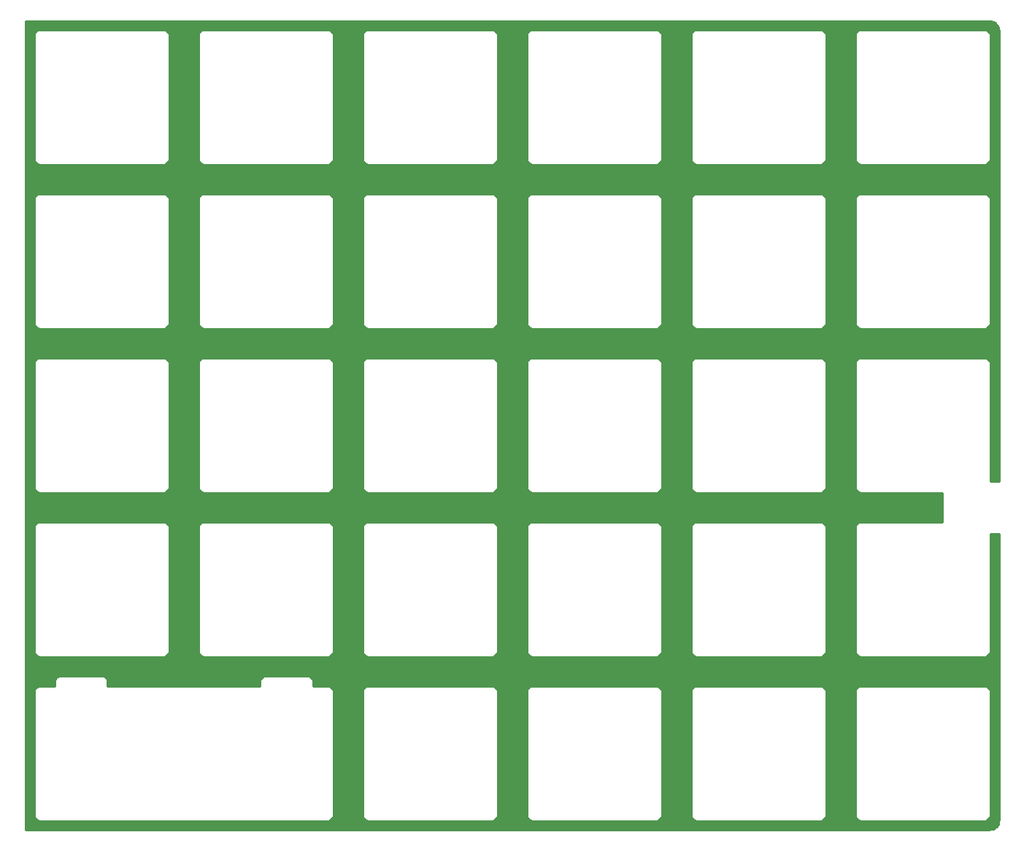
<source format=gbl>
G04 #@! TF.GenerationSoftware,KiCad,Pcbnew,(5.1.10-1-10_14)*
G04 #@! TF.CreationDate,2021-08-21T09:28:48+02:00*
G04 #@! TF.ProjectId,lumberjack-split,6c756d62-6572-46a6-9163-6b2d73706c69,rev?*
G04 #@! TF.SameCoordinates,Original*
G04 #@! TF.FileFunction,Copper,L2,Bot*
G04 #@! TF.FilePolarity,Positive*
%FSLAX46Y46*%
G04 Gerber Fmt 4.6, Leading zero omitted, Abs format (unit mm)*
G04 Created by KiCad (PCBNEW (5.1.10-1-10_14)) date 2021-08-21 09:28:48*
%MOMM*%
%LPD*%
G01*
G04 APERTURE LIST*
G04 #@! TA.AperFunction,NonConductor*
%ADD10C,0.254000*%
G04 #@! TD*
G04 #@! TA.AperFunction,NonConductor*
%ADD11C,0.100000*%
G04 #@! TD*
G04 APERTURE END LIST*
D10*
X215121195Y-50715482D02*
X215326276Y-50777399D01*
X215515428Y-50877973D01*
X215681437Y-51013367D01*
X215817988Y-51178429D01*
X215919881Y-51366877D01*
X215983227Y-51571514D01*
X216008932Y-51816083D01*
X216008933Y-104090088D01*
X214997500Y-104090088D01*
X214997500Y-90521147D01*
X215000814Y-90487500D01*
X214987588Y-90353217D01*
X214948419Y-90224094D01*
X214884812Y-90105093D01*
X214799211Y-90000789D01*
X214694907Y-89915188D01*
X214575906Y-89851581D01*
X214446783Y-89812412D01*
X214346147Y-89802500D01*
X214312500Y-89799186D01*
X214278853Y-89802500D01*
X200058647Y-89802500D01*
X200025000Y-89799186D01*
X199991353Y-89802500D01*
X199890717Y-89812412D01*
X199761594Y-89851581D01*
X199642593Y-89915188D01*
X199538289Y-90000789D01*
X199452688Y-90105093D01*
X199389081Y-90224094D01*
X199349912Y-90353217D01*
X199336686Y-90487500D01*
X199340001Y-90521157D01*
X199340000Y-104741441D01*
X199336686Y-104775088D01*
X199349912Y-104909371D01*
X199389081Y-105038494D01*
X199452688Y-105157495D01*
X199538289Y-105261799D01*
X199642593Y-105347400D01*
X199761594Y-105411007D01*
X199890717Y-105450176D01*
X199991353Y-105460088D01*
X199992247Y-105460088D01*
X200025000Y-105463314D01*
X200057753Y-105460088D01*
X209460489Y-105460088D01*
X209460490Y-108852500D01*
X200058647Y-108852500D01*
X200025000Y-108849186D01*
X199991353Y-108852500D01*
X199890717Y-108862412D01*
X199761594Y-108901581D01*
X199642593Y-108965188D01*
X199538289Y-109050789D01*
X199452688Y-109155093D01*
X199389081Y-109274094D01*
X199349912Y-109403217D01*
X199336686Y-109537500D01*
X199340001Y-109571157D01*
X199340000Y-123791353D01*
X199336686Y-123825000D01*
X199349912Y-123959283D01*
X199389081Y-124088406D01*
X199452688Y-124207407D01*
X199538289Y-124311711D01*
X199642593Y-124397312D01*
X199761594Y-124460919D01*
X199890717Y-124500088D01*
X200025000Y-124513314D01*
X200058647Y-124510000D01*
X214278853Y-124510000D01*
X214312500Y-124513314D01*
X214446783Y-124500088D01*
X214575906Y-124460919D01*
X214694907Y-124397312D01*
X214799211Y-124311711D01*
X214884812Y-124207407D01*
X214948419Y-124088406D01*
X214987588Y-123959283D01*
X214997500Y-123858647D01*
X214997500Y-123858646D01*
X215000814Y-123825000D01*
X214997500Y-123791353D01*
X214997500Y-110222592D01*
X216008932Y-110222592D01*
X216008933Y-143436918D01*
X215984742Y-143683637D01*
X215922825Y-143888716D01*
X215822253Y-144077865D01*
X215686857Y-144243877D01*
X215521793Y-144380430D01*
X215333349Y-144482320D01*
X215128711Y-144545667D01*
X214884141Y-144571372D01*
X103078836Y-144571372D01*
X103078836Y-142875000D01*
X104086686Y-142875000D01*
X104099912Y-143009283D01*
X104139081Y-143138406D01*
X104202688Y-143257407D01*
X104288289Y-143361711D01*
X104339316Y-143403588D01*
X104392593Y-143447312D01*
X104511594Y-143510919D01*
X104640717Y-143550088D01*
X104775000Y-143563314D01*
X104808647Y-143560000D01*
X138078853Y-143560000D01*
X138112500Y-143563314D01*
X138146147Y-143560000D01*
X138246783Y-143550088D01*
X138375906Y-143510919D01*
X138494907Y-143447312D01*
X138599211Y-143361711D01*
X138684812Y-143257407D01*
X138748419Y-143138406D01*
X138787588Y-143009283D01*
X138800814Y-142875000D01*
X138797500Y-142841353D01*
X138797500Y-128622433D01*
X138800930Y-128587608D01*
X138800920Y-128587500D01*
X142186686Y-128587500D01*
X142190000Y-128621147D01*
X142190001Y-142841343D01*
X142186686Y-142875000D01*
X142199912Y-143009283D01*
X142239081Y-143138406D01*
X142302688Y-143257407D01*
X142388289Y-143361711D01*
X142492593Y-143447312D01*
X142611594Y-143510919D01*
X142740717Y-143550088D01*
X142841353Y-143560000D01*
X142875000Y-143563314D01*
X142908647Y-143560000D01*
X157128853Y-143560000D01*
X157162500Y-143563314D01*
X157196147Y-143560000D01*
X157296783Y-143550088D01*
X157425906Y-143510919D01*
X157544907Y-143447312D01*
X157649211Y-143361711D01*
X157734812Y-143257407D01*
X157798419Y-143138406D01*
X157837588Y-143009283D01*
X157850814Y-142875000D01*
X157847500Y-142841353D01*
X157847500Y-128621147D01*
X157850814Y-128587500D01*
X161236686Y-128587500D01*
X161240001Y-128621157D01*
X161240000Y-142841353D01*
X161236686Y-142875000D01*
X161249912Y-143009283D01*
X161289081Y-143138406D01*
X161352688Y-143257407D01*
X161438289Y-143361711D01*
X161489316Y-143403588D01*
X161542593Y-143447312D01*
X161661594Y-143510919D01*
X161790717Y-143550088D01*
X161925000Y-143563314D01*
X161958647Y-143560000D01*
X176178853Y-143560000D01*
X176212500Y-143563314D01*
X176346783Y-143550088D01*
X176475906Y-143510919D01*
X176594907Y-143447312D01*
X176699211Y-143361711D01*
X176784812Y-143257407D01*
X176848419Y-143138406D01*
X176887588Y-143009283D01*
X176897500Y-142908647D01*
X176897500Y-142908646D01*
X176900814Y-142875000D01*
X176897500Y-142841353D01*
X176897500Y-128621147D01*
X176900814Y-128587500D01*
X180286686Y-128587500D01*
X180290001Y-128621157D01*
X180290000Y-142841353D01*
X180286686Y-142875000D01*
X180299912Y-143009283D01*
X180339081Y-143138406D01*
X180402688Y-143257407D01*
X180488289Y-143361711D01*
X180539316Y-143403588D01*
X180592593Y-143447312D01*
X180711594Y-143510919D01*
X180840717Y-143550088D01*
X180975000Y-143563314D01*
X181008647Y-143560000D01*
X195228853Y-143560000D01*
X195262500Y-143563314D01*
X195396783Y-143550088D01*
X195525906Y-143510919D01*
X195644907Y-143447312D01*
X195749211Y-143361711D01*
X195834812Y-143257407D01*
X195898419Y-143138406D01*
X195937588Y-143009283D01*
X195947500Y-142908647D01*
X195947500Y-142908646D01*
X195950814Y-142875000D01*
X195947500Y-142841353D01*
X195947500Y-128621147D01*
X195950814Y-128587500D01*
X199336686Y-128587500D01*
X199340001Y-128621157D01*
X199340000Y-142841353D01*
X199336686Y-142875000D01*
X199349912Y-143009283D01*
X199389081Y-143138406D01*
X199452688Y-143257407D01*
X199538289Y-143361711D01*
X199589316Y-143403588D01*
X199642593Y-143447312D01*
X199761594Y-143510919D01*
X199890717Y-143550088D01*
X200025000Y-143563314D01*
X200058647Y-143560000D01*
X214278853Y-143560000D01*
X214312500Y-143563314D01*
X214446783Y-143550088D01*
X214575906Y-143510919D01*
X214694907Y-143447312D01*
X214799211Y-143361711D01*
X214884812Y-143257407D01*
X214948419Y-143138406D01*
X214987588Y-143009283D01*
X214997500Y-142908647D01*
X214997500Y-142908646D01*
X215000814Y-142875000D01*
X214997500Y-142841353D01*
X214997500Y-128621147D01*
X215000814Y-128587500D01*
X214987588Y-128453217D01*
X214948419Y-128324094D01*
X214884812Y-128205093D01*
X214799211Y-128100789D01*
X214694907Y-128015188D01*
X214575906Y-127951581D01*
X214446783Y-127912412D01*
X214346147Y-127902500D01*
X214312500Y-127899186D01*
X214278853Y-127902500D01*
X200058647Y-127902500D01*
X200025000Y-127899186D01*
X199991353Y-127902500D01*
X199890717Y-127912412D01*
X199761594Y-127951581D01*
X199642593Y-128015188D01*
X199538289Y-128100789D01*
X199452688Y-128205093D01*
X199389081Y-128324094D01*
X199349912Y-128453217D01*
X199336686Y-128587500D01*
X195950814Y-128587500D01*
X195937588Y-128453217D01*
X195898419Y-128324094D01*
X195834812Y-128205093D01*
X195749211Y-128100789D01*
X195644907Y-128015188D01*
X195525906Y-127951581D01*
X195396783Y-127912412D01*
X195296147Y-127902500D01*
X195262500Y-127899186D01*
X195228853Y-127902500D01*
X181008647Y-127902500D01*
X180975000Y-127899186D01*
X180941353Y-127902500D01*
X180840717Y-127912412D01*
X180711594Y-127951581D01*
X180592593Y-128015188D01*
X180488289Y-128100789D01*
X180402688Y-128205093D01*
X180339081Y-128324094D01*
X180299912Y-128453217D01*
X180286686Y-128587500D01*
X176900814Y-128587500D01*
X176887588Y-128453217D01*
X176848419Y-128324094D01*
X176784812Y-128205093D01*
X176699211Y-128100789D01*
X176594907Y-128015188D01*
X176475906Y-127951581D01*
X176346783Y-127912412D01*
X176246147Y-127902500D01*
X176212500Y-127899186D01*
X176178853Y-127902500D01*
X161958647Y-127902500D01*
X161925000Y-127899186D01*
X161891353Y-127902500D01*
X161790717Y-127912412D01*
X161661594Y-127951581D01*
X161542593Y-128015188D01*
X161438289Y-128100789D01*
X161352688Y-128205093D01*
X161289081Y-128324094D01*
X161249912Y-128453217D01*
X161236686Y-128587500D01*
X157850814Y-128587500D01*
X157837588Y-128453217D01*
X157798419Y-128324094D01*
X157734812Y-128205093D01*
X157649211Y-128100789D01*
X157544907Y-128015188D01*
X157425906Y-127951581D01*
X157296783Y-127912412D01*
X157196147Y-127902500D01*
X157162500Y-127899186D01*
X157128853Y-127902500D01*
X142908647Y-127902500D01*
X142875000Y-127899186D01*
X142841353Y-127902500D01*
X142740717Y-127912412D01*
X142611594Y-127951581D01*
X142492593Y-128015188D01*
X142388289Y-128100789D01*
X142302688Y-128205093D01*
X142239081Y-128324094D01*
X142199912Y-128453217D01*
X142186686Y-128587500D01*
X138800920Y-128587500D01*
X138787704Y-128453325D01*
X138748535Y-128324202D01*
X138684928Y-128205201D01*
X138599327Y-128100897D01*
X138599243Y-128100828D01*
X138599211Y-128100789D01*
X138494907Y-128015188D01*
X138375906Y-127951581D01*
X138246783Y-127912412D01*
X138112500Y-127899186D01*
X138077757Y-127902608D01*
X136416364Y-127902608D01*
X136416364Y-127430629D01*
X136419678Y-127396982D01*
X136406452Y-127262699D01*
X136367283Y-127133576D01*
X136303676Y-127014575D01*
X136218075Y-126910271D01*
X136113771Y-126824670D01*
X135994770Y-126761063D01*
X135865647Y-126721894D01*
X135765011Y-126711982D01*
X135731364Y-126708668D01*
X135697717Y-126711982D01*
X131002507Y-126711982D01*
X130968860Y-126708668D01*
X130935213Y-126711982D01*
X130834577Y-126721894D01*
X130705454Y-126761063D01*
X130586453Y-126824670D01*
X130482149Y-126910271D01*
X130396548Y-127014575D01*
X130332941Y-127133576D01*
X130293772Y-127262699D01*
X130280546Y-127396982D01*
X130283860Y-127430629D01*
X130283860Y-127902608D01*
X112603844Y-127902608D01*
X112603844Y-127430629D01*
X112607158Y-127396982D01*
X112593932Y-127262699D01*
X112554763Y-127133576D01*
X112491156Y-127014575D01*
X112405555Y-126910271D01*
X112301251Y-126824670D01*
X112182250Y-126761063D01*
X112053127Y-126721894D01*
X111952491Y-126711982D01*
X111918844Y-126708668D01*
X111885197Y-126711982D01*
X107189987Y-126711982D01*
X107156340Y-126708668D01*
X107122693Y-126711982D01*
X107022057Y-126721894D01*
X106892934Y-126761063D01*
X106773933Y-126824670D01*
X106669629Y-126910271D01*
X106584028Y-127014575D01*
X106520421Y-127133576D01*
X106481252Y-127262699D01*
X106468026Y-127396982D01*
X106471340Y-127430629D01*
X106471340Y-127902577D01*
X104808668Y-127902502D01*
X104775000Y-127899186D01*
X104700114Y-127906562D01*
X104640748Y-127912406D01*
X104640733Y-127912411D01*
X104640718Y-127912412D01*
X104569344Y-127934063D01*
X104511623Y-127951570D01*
X104511612Y-127951576D01*
X104511595Y-127951581D01*
X104449547Y-127984746D01*
X104392619Y-128015171D01*
X104392606Y-128015181D01*
X104392594Y-128015188D01*
X104343455Y-128055516D01*
X104288312Y-128100767D01*
X104288302Y-128100779D01*
X104288290Y-128100789D01*
X104243056Y-128155906D01*
X104202706Y-128205068D01*
X104202699Y-128205080D01*
X104202689Y-128205093D01*
X104172275Y-128261993D01*
X104139093Y-128324066D01*
X104139088Y-128324083D01*
X104139082Y-128324094D01*
X104121581Y-128381786D01*
X104099919Y-128453187D01*
X104099918Y-128453202D01*
X104099913Y-128453217D01*
X104093297Y-128520388D01*
X104086687Y-128587469D01*
X104090001Y-128621134D01*
X104090000Y-142841353D01*
X104086686Y-142875000D01*
X103078836Y-142875000D01*
X103078836Y-109537500D01*
X104086686Y-109537500D01*
X104090001Y-109571157D01*
X104090000Y-123791353D01*
X104086686Y-123825000D01*
X104099912Y-123959283D01*
X104139081Y-124088406D01*
X104202688Y-124207407D01*
X104288289Y-124311711D01*
X104392593Y-124397312D01*
X104511594Y-124460919D01*
X104640717Y-124500088D01*
X104775000Y-124513314D01*
X104808647Y-124510000D01*
X119028853Y-124510000D01*
X119062500Y-124513314D01*
X119196783Y-124500088D01*
X119325906Y-124460919D01*
X119444907Y-124397312D01*
X119549211Y-124311711D01*
X119634812Y-124207407D01*
X119698419Y-124088406D01*
X119737588Y-123959283D01*
X119747500Y-123858647D01*
X119747500Y-123858646D01*
X119750814Y-123825000D01*
X119747500Y-123791353D01*
X119747500Y-109571147D01*
X119750814Y-109537500D01*
X123136686Y-109537500D01*
X123140000Y-109571147D01*
X123140001Y-123791343D01*
X123136686Y-123825000D01*
X123149912Y-123959283D01*
X123189081Y-124088406D01*
X123252688Y-124207407D01*
X123338289Y-124311711D01*
X123442593Y-124397312D01*
X123561594Y-124460919D01*
X123690717Y-124500088D01*
X123791353Y-124510000D01*
X123825000Y-124513314D01*
X123858647Y-124510000D01*
X138078853Y-124510000D01*
X138112500Y-124513314D01*
X138146147Y-124510000D01*
X138246783Y-124500088D01*
X138375906Y-124460919D01*
X138494907Y-124397312D01*
X138599211Y-124311711D01*
X138684812Y-124207407D01*
X138748419Y-124088406D01*
X138787588Y-123959283D01*
X138800814Y-123825000D01*
X138797500Y-123791353D01*
X138797500Y-109571147D01*
X138800814Y-109537500D01*
X142186686Y-109537500D01*
X142190000Y-109571147D01*
X142190001Y-123791343D01*
X142186686Y-123825000D01*
X142199912Y-123959283D01*
X142239081Y-124088406D01*
X142302688Y-124207407D01*
X142388289Y-124311711D01*
X142492593Y-124397312D01*
X142611594Y-124460919D01*
X142740717Y-124500088D01*
X142841353Y-124510000D01*
X142875000Y-124513314D01*
X142908647Y-124510000D01*
X157128853Y-124510000D01*
X157162500Y-124513314D01*
X157196147Y-124510000D01*
X157296783Y-124500088D01*
X157425906Y-124460919D01*
X157544907Y-124397312D01*
X157649211Y-124311711D01*
X157734812Y-124207407D01*
X157798419Y-124088406D01*
X157837588Y-123959283D01*
X157850814Y-123825000D01*
X157847500Y-123791353D01*
X157847500Y-109571147D01*
X157850814Y-109537500D01*
X161236686Y-109537500D01*
X161240001Y-109571157D01*
X161240000Y-123791353D01*
X161236686Y-123825000D01*
X161249912Y-123959283D01*
X161289081Y-124088406D01*
X161352688Y-124207407D01*
X161438289Y-124311711D01*
X161542593Y-124397312D01*
X161661594Y-124460919D01*
X161790717Y-124500088D01*
X161925000Y-124513314D01*
X161958647Y-124510000D01*
X176178853Y-124510000D01*
X176212500Y-124513314D01*
X176346783Y-124500088D01*
X176475906Y-124460919D01*
X176594907Y-124397312D01*
X176699211Y-124311711D01*
X176784812Y-124207407D01*
X176848419Y-124088406D01*
X176887588Y-123959283D01*
X176897500Y-123858647D01*
X176897500Y-123858646D01*
X176900814Y-123825000D01*
X176897500Y-123791353D01*
X176897500Y-109571147D01*
X176900814Y-109537500D01*
X180286686Y-109537500D01*
X180290001Y-109571157D01*
X180290000Y-123791353D01*
X180286686Y-123825000D01*
X180299912Y-123959283D01*
X180339081Y-124088406D01*
X180402688Y-124207407D01*
X180488289Y-124311711D01*
X180592593Y-124397312D01*
X180711594Y-124460919D01*
X180840717Y-124500088D01*
X180975000Y-124513314D01*
X181008647Y-124510000D01*
X195228853Y-124510000D01*
X195262500Y-124513314D01*
X195396783Y-124500088D01*
X195525906Y-124460919D01*
X195644907Y-124397312D01*
X195749211Y-124311711D01*
X195834812Y-124207407D01*
X195898419Y-124088406D01*
X195937588Y-123959283D01*
X195947500Y-123858647D01*
X195947500Y-123858646D01*
X195950814Y-123825000D01*
X195947500Y-123791353D01*
X195947500Y-109571147D01*
X195950814Y-109537500D01*
X195937588Y-109403217D01*
X195898419Y-109274094D01*
X195834812Y-109155093D01*
X195749211Y-109050789D01*
X195644907Y-108965188D01*
X195525906Y-108901581D01*
X195396783Y-108862412D01*
X195296147Y-108852500D01*
X195262500Y-108849186D01*
X195228853Y-108852500D01*
X181008647Y-108852500D01*
X180975000Y-108849186D01*
X180941353Y-108852500D01*
X180840717Y-108862412D01*
X180711594Y-108901581D01*
X180592593Y-108965188D01*
X180488289Y-109050789D01*
X180402688Y-109155093D01*
X180339081Y-109274094D01*
X180299912Y-109403217D01*
X180286686Y-109537500D01*
X176900814Y-109537500D01*
X176887588Y-109403217D01*
X176848419Y-109274094D01*
X176784812Y-109155093D01*
X176699211Y-109050789D01*
X176594907Y-108965188D01*
X176475906Y-108901581D01*
X176346783Y-108862412D01*
X176246147Y-108852500D01*
X176212500Y-108849186D01*
X176178853Y-108852500D01*
X161958647Y-108852500D01*
X161925000Y-108849186D01*
X161891353Y-108852500D01*
X161790717Y-108862412D01*
X161661594Y-108901581D01*
X161542593Y-108965188D01*
X161438289Y-109050789D01*
X161352688Y-109155093D01*
X161289081Y-109274094D01*
X161249912Y-109403217D01*
X161236686Y-109537500D01*
X157850814Y-109537500D01*
X157837588Y-109403217D01*
X157798419Y-109274094D01*
X157734812Y-109155093D01*
X157649211Y-109050789D01*
X157544907Y-108965188D01*
X157425906Y-108901581D01*
X157296783Y-108862412D01*
X157196147Y-108852500D01*
X157162500Y-108849186D01*
X157128853Y-108852500D01*
X142908647Y-108852500D01*
X142875000Y-108849186D01*
X142841353Y-108852500D01*
X142740717Y-108862412D01*
X142611594Y-108901581D01*
X142492593Y-108965188D01*
X142388289Y-109050789D01*
X142302688Y-109155093D01*
X142239081Y-109274094D01*
X142199912Y-109403217D01*
X142186686Y-109537500D01*
X138800814Y-109537500D01*
X138787588Y-109403217D01*
X138748419Y-109274094D01*
X138684812Y-109155093D01*
X138599211Y-109050789D01*
X138494907Y-108965188D01*
X138375906Y-108901581D01*
X138246783Y-108862412D01*
X138146147Y-108852500D01*
X138112500Y-108849186D01*
X138078853Y-108852500D01*
X123858647Y-108852500D01*
X123825000Y-108849186D01*
X123791353Y-108852500D01*
X123690717Y-108862412D01*
X123561594Y-108901581D01*
X123442593Y-108965188D01*
X123338289Y-109050789D01*
X123252688Y-109155093D01*
X123189081Y-109274094D01*
X123149912Y-109403217D01*
X123136686Y-109537500D01*
X119750814Y-109537500D01*
X119737588Y-109403217D01*
X119698419Y-109274094D01*
X119634812Y-109155093D01*
X119549211Y-109050789D01*
X119444907Y-108965188D01*
X119325906Y-108901581D01*
X119196783Y-108862412D01*
X119096147Y-108852500D01*
X119062500Y-108849186D01*
X119028853Y-108852500D01*
X104808647Y-108852500D01*
X104775000Y-108849186D01*
X104741353Y-108852500D01*
X104640717Y-108862412D01*
X104511594Y-108901581D01*
X104392593Y-108965188D01*
X104288289Y-109050789D01*
X104202688Y-109155093D01*
X104139081Y-109274094D01*
X104099912Y-109403217D01*
X104086686Y-109537500D01*
X103078836Y-109537500D01*
X103078836Y-90487500D01*
X104086686Y-90487500D01*
X104090001Y-90521157D01*
X104090000Y-104741353D01*
X104086686Y-104775000D01*
X104099912Y-104909283D01*
X104139081Y-105038406D01*
X104202688Y-105157407D01*
X104288289Y-105261711D01*
X104392593Y-105347312D01*
X104511594Y-105410919D01*
X104640717Y-105450088D01*
X104775000Y-105463314D01*
X104808647Y-105460000D01*
X119028853Y-105460000D01*
X119062500Y-105463314D01*
X119196783Y-105450088D01*
X119325906Y-105410919D01*
X119444907Y-105347312D01*
X119549211Y-105261711D01*
X119634812Y-105157407D01*
X119698419Y-105038406D01*
X119737588Y-104909283D01*
X119747500Y-104808647D01*
X119747500Y-104808646D01*
X119750814Y-104775000D01*
X119747500Y-104741353D01*
X119747500Y-90521147D01*
X119750814Y-90487500D01*
X123136686Y-90487500D01*
X123140000Y-90521147D01*
X123140001Y-104741343D01*
X123136686Y-104775000D01*
X123149912Y-104909283D01*
X123189081Y-105038406D01*
X123252688Y-105157407D01*
X123338289Y-105261711D01*
X123442593Y-105347312D01*
X123561594Y-105410919D01*
X123690717Y-105450088D01*
X123791353Y-105460000D01*
X123825000Y-105463314D01*
X123858647Y-105460000D01*
X138078853Y-105460000D01*
X138112500Y-105463314D01*
X138146147Y-105460000D01*
X138246783Y-105450088D01*
X138375906Y-105410919D01*
X138494907Y-105347312D01*
X138599211Y-105261711D01*
X138684812Y-105157407D01*
X138748419Y-105038406D01*
X138787588Y-104909283D01*
X138800814Y-104775000D01*
X138797500Y-104741353D01*
X138797500Y-90521147D01*
X138800814Y-90487500D01*
X142186686Y-90487500D01*
X142190000Y-90521147D01*
X142190001Y-104741343D01*
X142186686Y-104775000D01*
X142199912Y-104909283D01*
X142239081Y-105038406D01*
X142302688Y-105157407D01*
X142388289Y-105261711D01*
X142492593Y-105347312D01*
X142611594Y-105410919D01*
X142740717Y-105450088D01*
X142841353Y-105460000D01*
X142875000Y-105463314D01*
X142908647Y-105460000D01*
X157128853Y-105460000D01*
X157162500Y-105463314D01*
X157196147Y-105460000D01*
X157296783Y-105450088D01*
X157425906Y-105410919D01*
X157544907Y-105347312D01*
X157649211Y-105261711D01*
X157734812Y-105157407D01*
X157798419Y-105038406D01*
X157837588Y-104909283D01*
X157850814Y-104775000D01*
X157847500Y-104741353D01*
X157847500Y-90521147D01*
X157850814Y-90487500D01*
X161236686Y-90487500D01*
X161240001Y-90521157D01*
X161240000Y-104741353D01*
X161236686Y-104775000D01*
X161249912Y-104909283D01*
X161289081Y-105038406D01*
X161352688Y-105157407D01*
X161438289Y-105261711D01*
X161542593Y-105347312D01*
X161661594Y-105410919D01*
X161790717Y-105450088D01*
X161925000Y-105463314D01*
X161958647Y-105460000D01*
X176178853Y-105460000D01*
X176212500Y-105463314D01*
X176346783Y-105450088D01*
X176475906Y-105410919D01*
X176594907Y-105347312D01*
X176699211Y-105261711D01*
X176784812Y-105157407D01*
X176848419Y-105038406D01*
X176887588Y-104909283D01*
X176897500Y-104808647D01*
X176897500Y-104808646D01*
X176900814Y-104775000D01*
X176897500Y-104741353D01*
X176897500Y-90521147D01*
X176900814Y-90487500D01*
X180286686Y-90487500D01*
X180290001Y-90521157D01*
X180290000Y-104741353D01*
X180286686Y-104775000D01*
X180299912Y-104909283D01*
X180339081Y-105038406D01*
X180402688Y-105157407D01*
X180488289Y-105261711D01*
X180592593Y-105347312D01*
X180711594Y-105410919D01*
X180840717Y-105450088D01*
X180975000Y-105463314D01*
X181008647Y-105460000D01*
X195228853Y-105460000D01*
X195262500Y-105463314D01*
X195396783Y-105450088D01*
X195525906Y-105410919D01*
X195644907Y-105347312D01*
X195749211Y-105261711D01*
X195834812Y-105157407D01*
X195898419Y-105038406D01*
X195937588Y-104909283D01*
X195947500Y-104808647D01*
X195947500Y-104808646D01*
X195950814Y-104775000D01*
X195947500Y-104741353D01*
X195947500Y-90521147D01*
X195950814Y-90487500D01*
X195937588Y-90353217D01*
X195898419Y-90224094D01*
X195834812Y-90105093D01*
X195749211Y-90000789D01*
X195644907Y-89915188D01*
X195525906Y-89851581D01*
X195396783Y-89812412D01*
X195296147Y-89802500D01*
X195262500Y-89799186D01*
X195228853Y-89802500D01*
X181008647Y-89802500D01*
X180975000Y-89799186D01*
X180941353Y-89802500D01*
X180840717Y-89812412D01*
X180711594Y-89851581D01*
X180592593Y-89915188D01*
X180488289Y-90000789D01*
X180402688Y-90105093D01*
X180339081Y-90224094D01*
X180299912Y-90353217D01*
X180286686Y-90487500D01*
X176900814Y-90487500D01*
X176887588Y-90353217D01*
X176848419Y-90224094D01*
X176784812Y-90105093D01*
X176699211Y-90000789D01*
X176594907Y-89915188D01*
X176475906Y-89851581D01*
X176346783Y-89812412D01*
X176246147Y-89802500D01*
X176212500Y-89799186D01*
X176178853Y-89802500D01*
X161958647Y-89802500D01*
X161925000Y-89799186D01*
X161891353Y-89802500D01*
X161790717Y-89812412D01*
X161661594Y-89851581D01*
X161542593Y-89915188D01*
X161438289Y-90000789D01*
X161352688Y-90105093D01*
X161289081Y-90224094D01*
X161249912Y-90353217D01*
X161236686Y-90487500D01*
X157850814Y-90487500D01*
X157837588Y-90353217D01*
X157798419Y-90224094D01*
X157734812Y-90105093D01*
X157649211Y-90000789D01*
X157544907Y-89915188D01*
X157425906Y-89851581D01*
X157296783Y-89812412D01*
X157196147Y-89802500D01*
X157162500Y-89799186D01*
X157128853Y-89802500D01*
X142908647Y-89802500D01*
X142875000Y-89799186D01*
X142841353Y-89802500D01*
X142740717Y-89812412D01*
X142611594Y-89851581D01*
X142492593Y-89915188D01*
X142388289Y-90000789D01*
X142302688Y-90105093D01*
X142239081Y-90224094D01*
X142199912Y-90353217D01*
X142186686Y-90487500D01*
X138800814Y-90487500D01*
X138787588Y-90353217D01*
X138748419Y-90224094D01*
X138684812Y-90105093D01*
X138599211Y-90000789D01*
X138494907Y-89915188D01*
X138375906Y-89851581D01*
X138246783Y-89812412D01*
X138146147Y-89802500D01*
X138112500Y-89799186D01*
X138078853Y-89802500D01*
X123858647Y-89802500D01*
X123825000Y-89799186D01*
X123791353Y-89802500D01*
X123690717Y-89812412D01*
X123561594Y-89851581D01*
X123442593Y-89915188D01*
X123338289Y-90000789D01*
X123252688Y-90105093D01*
X123189081Y-90224094D01*
X123149912Y-90353217D01*
X123136686Y-90487500D01*
X119750814Y-90487500D01*
X119737588Y-90353217D01*
X119698419Y-90224094D01*
X119634812Y-90105093D01*
X119549211Y-90000789D01*
X119444907Y-89915188D01*
X119325906Y-89851581D01*
X119196783Y-89812412D01*
X119096147Y-89802500D01*
X119062500Y-89799186D01*
X119028853Y-89802500D01*
X104808647Y-89802500D01*
X104775000Y-89799186D01*
X104741353Y-89802500D01*
X104640717Y-89812412D01*
X104511594Y-89851581D01*
X104392593Y-89915188D01*
X104288289Y-90000789D01*
X104202688Y-90105093D01*
X104139081Y-90224094D01*
X104099912Y-90353217D01*
X104086686Y-90487500D01*
X103078836Y-90487500D01*
X103078836Y-71437500D01*
X104086686Y-71437500D01*
X104090001Y-71471157D01*
X104090000Y-85691353D01*
X104086686Y-85725000D01*
X104099912Y-85859283D01*
X104139081Y-85988406D01*
X104202688Y-86107407D01*
X104288289Y-86211711D01*
X104392593Y-86297312D01*
X104511594Y-86360919D01*
X104640717Y-86400088D01*
X104775000Y-86413314D01*
X104808647Y-86410000D01*
X119028853Y-86410000D01*
X119062500Y-86413314D01*
X119196783Y-86400088D01*
X119325906Y-86360919D01*
X119444907Y-86297312D01*
X119549211Y-86211711D01*
X119634812Y-86107407D01*
X119698419Y-85988406D01*
X119737588Y-85859283D01*
X119747500Y-85758647D01*
X119747500Y-85758646D01*
X119750814Y-85725000D01*
X119747500Y-85691353D01*
X119747500Y-71471147D01*
X119750814Y-71437500D01*
X123136686Y-71437500D01*
X123140000Y-71471147D01*
X123140001Y-85691343D01*
X123136686Y-85725000D01*
X123149912Y-85859283D01*
X123189081Y-85988406D01*
X123252688Y-86107407D01*
X123338289Y-86211711D01*
X123442593Y-86297312D01*
X123561594Y-86360919D01*
X123690717Y-86400088D01*
X123791353Y-86410000D01*
X123825000Y-86413314D01*
X123858647Y-86410000D01*
X138078853Y-86410000D01*
X138112500Y-86413314D01*
X138146147Y-86410000D01*
X138246783Y-86400088D01*
X138375906Y-86360919D01*
X138494907Y-86297312D01*
X138599211Y-86211711D01*
X138684812Y-86107407D01*
X138748419Y-85988406D01*
X138787588Y-85859283D01*
X138800814Y-85725000D01*
X138797500Y-85691353D01*
X138797500Y-71471147D01*
X138800814Y-71437500D01*
X142186686Y-71437500D01*
X142190000Y-71471147D01*
X142190001Y-85691343D01*
X142186686Y-85725000D01*
X142199912Y-85859283D01*
X142239081Y-85988406D01*
X142302688Y-86107407D01*
X142388289Y-86211711D01*
X142492593Y-86297312D01*
X142611594Y-86360919D01*
X142740717Y-86400088D01*
X142841353Y-86410000D01*
X142875000Y-86413314D01*
X142908647Y-86410000D01*
X157128853Y-86410000D01*
X157162500Y-86413314D01*
X157196147Y-86410000D01*
X157296783Y-86400088D01*
X157425906Y-86360919D01*
X157544907Y-86297312D01*
X157649211Y-86211711D01*
X157734812Y-86107407D01*
X157798419Y-85988406D01*
X157837588Y-85859283D01*
X157850814Y-85725000D01*
X157847500Y-85691353D01*
X157847500Y-71471147D01*
X157850814Y-71437500D01*
X161236686Y-71437500D01*
X161240001Y-71471157D01*
X161240000Y-85691353D01*
X161236686Y-85725000D01*
X161249912Y-85859283D01*
X161289081Y-85988406D01*
X161352688Y-86107407D01*
X161438289Y-86211711D01*
X161542593Y-86297312D01*
X161661594Y-86360919D01*
X161790717Y-86400088D01*
X161925000Y-86413314D01*
X161958647Y-86410000D01*
X176178853Y-86410000D01*
X176212500Y-86413314D01*
X176346783Y-86400088D01*
X176475906Y-86360919D01*
X176594907Y-86297312D01*
X176699211Y-86211711D01*
X176784812Y-86107407D01*
X176848419Y-85988406D01*
X176887588Y-85859283D01*
X176897500Y-85758647D01*
X176897500Y-85758646D01*
X176900814Y-85725000D01*
X176897500Y-85691353D01*
X176897500Y-71471147D01*
X176900814Y-71437500D01*
X180286686Y-71437500D01*
X180290001Y-71471157D01*
X180290000Y-85691353D01*
X180286686Y-85725000D01*
X180299912Y-85859283D01*
X180339081Y-85988406D01*
X180402688Y-86107407D01*
X180488289Y-86211711D01*
X180592593Y-86297312D01*
X180711594Y-86360919D01*
X180840717Y-86400088D01*
X180975000Y-86413314D01*
X181008647Y-86410000D01*
X195228853Y-86410000D01*
X195262500Y-86413314D01*
X195396783Y-86400088D01*
X195525906Y-86360919D01*
X195644907Y-86297312D01*
X195749211Y-86211711D01*
X195834812Y-86107407D01*
X195898419Y-85988406D01*
X195937588Y-85859283D01*
X195947500Y-85758647D01*
X195947500Y-85758646D01*
X195950814Y-85725000D01*
X195947500Y-85691353D01*
X195947500Y-71471147D01*
X195950814Y-71437500D01*
X199336686Y-71437500D01*
X199340001Y-71471157D01*
X199340000Y-85691353D01*
X199336686Y-85725000D01*
X199349912Y-85859283D01*
X199389081Y-85988406D01*
X199452688Y-86107407D01*
X199538289Y-86211711D01*
X199642593Y-86297312D01*
X199761594Y-86360919D01*
X199890717Y-86400088D01*
X200025000Y-86413314D01*
X200058647Y-86410000D01*
X214278853Y-86410000D01*
X214312500Y-86413314D01*
X214446783Y-86400088D01*
X214575906Y-86360919D01*
X214694907Y-86297312D01*
X214799211Y-86211711D01*
X214884812Y-86107407D01*
X214948419Y-85988406D01*
X214987588Y-85859283D01*
X214997500Y-85758647D01*
X214997500Y-85758646D01*
X215000814Y-85725000D01*
X214997500Y-85691353D01*
X214997500Y-71471147D01*
X215000814Y-71437500D01*
X214987588Y-71303217D01*
X214948419Y-71174094D01*
X214884812Y-71055093D01*
X214799211Y-70950789D01*
X214694907Y-70865188D01*
X214575906Y-70801581D01*
X214446783Y-70762412D01*
X214346147Y-70752500D01*
X214312500Y-70749186D01*
X214278853Y-70752500D01*
X200058647Y-70752500D01*
X200025000Y-70749186D01*
X199991353Y-70752500D01*
X199890717Y-70762412D01*
X199761594Y-70801581D01*
X199642593Y-70865188D01*
X199538289Y-70950789D01*
X199452688Y-71055093D01*
X199389081Y-71174094D01*
X199349912Y-71303217D01*
X199336686Y-71437500D01*
X195950814Y-71437500D01*
X195937588Y-71303217D01*
X195898419Y-71174094D01*
X195834812Y-71055093D01*
X195749211Y-70950789D01*
X195644907Y-70865188D01*
X195525906Y-70801581D01*
X195396783Y-70762412D01*
X195296147Y-70752500D01*
X195262500Y-70749186D01*
X195228853Y-70752500D01*
X181008647Y-70752500D01*
X180975000Y-70749186D01*
X180941353Y-70752500D01*
X180840717Y-70762412D01*
X180711594Y-70801581D01*
X180592593Y-70865188D01*
X180488289Y-70950789D01*
X180402688Y-71055093D01*
X180339081Y-71174094D01*
X180299912Y-71303217D01*
X180286686Y-71437500D01*
X176900814Y-71437500D01*
X176887588Y-71303217D01*
X176848419Y-71174094D01*
X176784812Y-71055093D01*
X176699211Y-70950789D01*
X176594907Y-70865188D01*
X176475906Y-70801581D01*
X176346783Y-70762412D01*
X176246147Y-70752500D01*
X176212500Y-70749186D01*
X176178853Y-70752500D01*
X161958647Y-70752500D01*
X161925000Y-70749186D01*
X161891353Y-70752500D01*
X161790717Y-70762412D01*
X161661594Y-70801581D01*
X161542593Y-70865188D01*
X161438289Y-70950789D01*
X161352688Y-71055093D01*
X161289081Y-71174094D01*
X161249912Y-71303217D01*
X161236686Y-71437500D01*
X157850814Y-71437500D01*
X157837588Y-71303217D01*
X157798419Y-71174094D01*
X157734812Y-71055093D01*
X157649211Y-70950789D01*
X157544907Y-70865188D01*
X157425906Y-70801581D01*
X157296783Y-70762412D01*
X157196147Y-70752500D01*
X157162500Y-70749186D01*
X157128853Y-70752500D01*
X142908647Y-70752500D01*
X142875000Y-70749186D01*
X142841353Y-70752500D01*
X142740717Y-70762412D01*
X142611594Y-70801581D01*
X142492593Y-70865188D01*
X142388289Y-70950789D01*
X142302688Y-71055093D01*
X142239081Y-71174094D01*
X142199912Y-71303217D01*
X142186686Y-71437500D01*
X138800814Y-71437500D01*
X138787588Y-71303217D01*
X138748419Y-71174094D01*
X138684812Y-71055093D01*
X138599211Y-70950789D01*
X138494907Y-70865188D01*
X138375906Y-70801581D01*
X138246783Y-70762412D01*
X138146147Y-70752500D01*
X138112500Y-70749186D01*
X138078853Y-70752500D01*
X123858647Y-70752500D01*
X123825000Y-70749186D01*
X123791353Y-70752500D01*
X123690717Y-70762412D01*
X123561594Y-70801581D01*
X123442593Y-70865188D01*
X123338289Y-70950789D01*
X123252688Y-71055093D01*
X123189081Y-71174094D01*
X123149912Y-71303217D01*
X123136686Y-71437500D01*
X119750814Y-71437500D01*
X119737588Y-71303217D01*
X119698419Y-71174094D01*
X119634812Y-71055093D01*
X119549211Y-70950789D01*
X119444907Y-70865188D01*
X119325906Y-70801581D01*
X119196783Y-70762412D01*
X119096147Y-70752500D01*
X119062500Y-70749186D01*
X119028853Y-70752500D01*
X104808647Y-70752500D01*
X104775000Y-70749186D01*
X104741353Y-70752500D01*
X104640717Y-70762412D01*
X104511594Y-70801581D01*
X104392593Y-70865188D01*
X104288289Y-70950789D01*
X104202688Y-71055093D01*
X104139081Y-71174094D01*
X104099912Y-71303217D01*
X104086686Y-71437500D01*
X103078836Y-71437500D01*
X103078836Y-52387500D01*
X104086686Y-52387500D01*
X104090001Y-52421157D01*
X104090000Y-66641353D01*
X104086686Y-66675000D01*
X104099912Y-66809283D01*
X104139081Y-66938406D01*
X104202688Y-67057407D01*
X104288289Y-67161711D01*
X104392593Y-67247312D01*
X104511594Y-67310919D01*
X104640717Y-67350088D01*
X104775000Y-67363314D01*
X104808647Y-67360000D01*
X119028853Y-67360000D01*
X119062500Y-67363314D01*
X119196783Y-67350088D01*
X119325906Y-67310919D01*
X119444907Y-67247312D01*
X119549211Y-67161711D01*
X119634812Y-67057407D01*
X119698419Y-66938406D01*
X119737588Y-66809283D01*
X119747500Y-66708647D01*
X119747500Y-66708646D01*
X119750814Y-66675000D01*
X119747500Y-66641353D01*
X119747500Y-52421147D01*
X119750814Y-52387500D01*
X123136686Y-52387500D01*
X123140000Y-52421147D01*
X123140001Y-66641343D01*
X123136686Y-66675000D01*
X123149912Y-66809283D01*
X123189081Y-66938406D01*
X123252688Y-67057407D01*
X123338289Y-67161711D01*
X123442593Y-67247312D01*
X123561594Y-67310919D01*
X123690717Y-67350088D01*
X123791353Y-67360000D01*
X123825000Y-67363314D01*
X123858647Y-67360000D01*
X138078853Y-67360000D01*
X138112500Y-67363314D01*
X138146147Y-67360000D01*
X138246783Y-67350088D01*
X138375906Y-67310919D01*
X138494907Y-67247312D01*
X138599211Y-67161711D01*
X138684812Y-67057407D01*
X138748419Y-66938406D01*
X138787588Y-66809283D01*
X138800814Y-66675000D01*
X138797500Y-66641353D01*
X138797500Y-52421147D01*
X138800814Y-52387500D01*
X142186686Y-52387500D01*
X142190000Y-52421147D01*
X142190001Y-66641343D01*
X142186686Y-66675000D01*
X142199912Y-66809283D01*
X142239081Y-66938406D01*
X142302688Y-67057407D01*
X142388289Y-67161711D01*
X142492593Y-67247312D01*
X142611594Y-67310919D01*
X142740717Y-67350088D01*
X142841353Y-67360000D01*
X142875000Y-67363314D01*
X142908647Y-67360000D01*
X157128853Y-67360000D01*
X157162500Y-67363314D01*
X157196147Y-67360000D01*
X157296783Y-67350088D01*
X157425906Y-67310919D01*
X157544907Y-67247312D01*
X157649211Y-67161711D01*
X157734812Y-67057407D01*
X157798419Y-66938406D01*
X157837588Y-66809283D01*
X157850814Y-66675000D01*
X157847500Y-66641353D01*
X157847500Y-52421147D01*
X157850814Y-52387500D01*
X161236686Y-52387500D01*
X161240001Y-52421157D01*
X161240000Y-66641353D01*
X161236686Y-66675000D01*
X161249912Y-66809283D01*
X161289081Y-66938406D01*
X161352688Y-67057407D01*
X161438289Y-67161711D01*
X161542593Y-67247312D01*
X161661594Y-67310919D01*
X161790717Y-67350088D01*
X161925000Y-67363314D01*
X161958647Y-67360000D01*
X176178853Y-67360000D01*
X176212500Y-67363314D01*
X176346783Y-67350088D01*
X176475906Y-67310919D01*
X176594907Y-67247312D01*
X176699211Y-67161711D01*
X176784812Y-67057407D01*
X176848419Y-66938406D01*
X176887588Y-66809283D01*
X176897500Y-66708647D01*
X176897500Y-66708646D01*
X176900814Y-66675000D01*
X176897500Y-66641353D01*
X176897500Y-52421147D01*
X176900814Y-52387500D01*
X180286686Y-52387500D01*
X180290001Y-52421157D01*
X180290000Y-66641353D01*
X180286686Y-66675000D01*
X180299912Y-66809283D01*
X180339081Y-66938406D01*
X180402688Y-67057407D01*
X180488289Y-67161711D01*
X180592593Y-67247312D01*
X180711594Y-67310919D01*
X180840717Y-67350088D01*
X180975000Y-67363314D01*
X181008647Y-67360000D01*
X195228853Y-67360000D01*
X195262500Y-67363314D01*
X195396783Y-67350088D01*
X195525906Y-67310919D01*
X195644907Y-67247312D01*
X195749211Y-67161711D01*
X195834812Y-67057407D01*
X195898419Y-66938406D01*
X195937588Y-66809283D01*
X195947500Y-66708647D01*
X195947500Y-66708646D01*
X195950814Y-66675000D01*
X195947500Y-66641353D01*
X195947500Y-52421147D01*
X195950814Y-52387500D01*
X199336686Y-52387500D01*
X199340001Y-52421157D01*
X199340000Y-66641353D01*
X199336686Y-66675000D01*
X199349912Y-66809283D01*
X199389081Y-66938406D01*
X199452688Y-67057407D01*
X199538289Y-67161711D01*
X199642593Y-67247312D01*
X199761594Y-67310919D01*
X199890717Y-67350088D01*
X200025000Y-67363314D01*
X200058647Y-67360000D01*
X214278853Y-67360000D01*
X214312500Y-67363314D01*
X214446783Y-67350088D01*
X214575906Y-67310919D01*
X214694907Y-67247312D01*
X214799211Y-67161711D01*
X214884812Y-67057407D01*
X214948419Y-66938406D01*
X214987588Y-66809283D01*
X214997500Y-66708647D01*
X214997500Y-66708646D01*
X215000814Y-66675000D01*
X214997500Y-66641353D01*
X214997500Y-52421147D01*
X215000814Y-52387500D01*
X214987588Y-52253217D01*
X214948419Y-52124094D01*
X214884812Y-52005093D01*
X214799211Y-51900789D01*
X214694907Y-51815188D01*
X214575906Y-51751581D01*
X214446783Y-51712412D01*
X214346147Y-51702500D01*
X214312500Y-51699186D01*
X214278853Y-51702500D01*
X200058647Y-51702500D01*
X200025000Y-51699186D01*
X199991353Y-51702500D01*
X199890717Y-51712412D01*
X199761594Y-51751581D01*
X199642593Y-51815188D01*
X199538289Y-51900789D01*
X199452688Y-52005093D01*
X199389081Y-52124094D01*
X199349912Y-52253217D01*
X199336686Y-52387500D01*
X195950814Y-52387500D01*
X195937588Y-52253217D01*
X195898419Y-52124094D01*
X195834812Y-52005093D01*
X195749211Y-51900789D01*
X195644907Y-51815188D01*
X195525906Y-51751581D01*
X195396783Y-51712412D01*
X195296147Y-51702500D01*
X195262500Y-51699186D01*
X195228853Y-51702500D01*
X181008647Y-51702500D01*
X180975000Y-51699186D01*
X180941353Y-51702500D01*
X180840717Y-51712412D01*
X180711594Y-51751581D01*
X180592593Y-51815188D01*
X180488289Y-51900789D01*
X180402688Y-52005093D01*
X180339081Y-52124094D01*
X180299912Y-52253217D01*
X180286686Y-52387500D01*
X176900814Y-52387500D01*
X176887588Y-52253217D01*
X176848419Y-52124094D01*
X176784812Y-52005093D01*
X176699211Y-51900789D01*
X176594907Y-51815188D01*
X176475906Y-51751581D01*
X176346783Y-51712412D01*
X176246147Y-51702500D01*
X176212500Y-51699186D01*
X176178853Y-51702500D01*
X161958647Y-51702500D01*
X161925000Y-51699186D01*
X161891353Y-51702500D01*
X161790717Y-51712412D01*
X161661594Y-51751581D01*
X161542593Y-51815188D01*
X161438289Y-51900789D01*
X161352688Y-52005093D01*
X161289081Y-52124094D01*
X161249912Y-52253217D01*
X161236686Y-52387500D01*
X157850814Y-52387500D01*
X157837588Y-52253217D01*
X157798419Y-52124094D01*
X157734812Y-52005093D01*
X157649211Y-51900789D01*
X157544907Y-51815188D01*
X157425906Y-51751581D01*
X157296783Y-51712412D01*
X157196147Y-51702500D01*
X157162500Y-51699186D01*
X157128853Y-51702500D01*
X142908647Y-51702500D01*
X142875000Y-51699186D01*
X142841353Y-51702500D01*
X142740717Y-51712412D01*
X142611594Y-51751581D01*
X142492593Y-51815188D01*
X142388289Y-51900789D01*
X142302688Y-52005093D01*
X142239081Y-52124094D01*
X142199912Y-52253217D01*
X142186686Y-52387500D01*
X138800814Y-52387500D01*
X138787588Y-52253217D01*
X138748419Y-52124094D01*
X138684812Y-52005093D01*
X138599211Y-51900789D01*
X138494907Y-51815188D01*
X138375906Y-51751581D01*
X138246783Y-51712412D01*
X138146147Y-51702500D01*
X138112500Y-51699186D01*
X138078853Y-51702500D01*
X123858647Y-51702500D01*
X123825000Y-51699186D01*
X123791353Y-51702500D01*
X123690717Y-51712412D01*
X123561594Y-51751581D01*
X123442593Y-51815188D01*
X123338289Y-51900789D01*
X123252688Y-52005093D01*
X123189081Y-52124094D01*
X123149912Y-52253217D01*
X123136686Y-52387500D01*
X119750814Y-52387500D01*
X119737588Y-52253217D01*
X119698419Y-52124094D01*
X119634812Y-52005093D01*
X119549211Y-51900789D01*
X119444907Y-51815188D01*
X119325906Y-51751581D01*
X119196783Y-51712412D01*
X119096147Y-51702500D01*
X119062500Y-51699186D01*
X119028853Y-51702500D01*
X104808647Y-51702500D01*
X104775000Y-51699186D01*
X104741353Y-51702500D01*
X104640717Y-51712412D01*
X104511594Y-51751581D01*
X104392593Y-51815188D01*
X104288289Y-51900789D01*
X104202688Y-52005093D01*
X104139081Y-52124094D01*
X104099912Y-52253217D01*
X104086686Y-52387500D01*
X103078836Y-52387500D01*
X103078836Y-50691292D01*
X214874489Y-50691292D01*
X215121195Y-50715482D01*
G04 #@! TA.AperFunction,NonConductor*
D11*
G36*
X215121195Y-50715482D02*
G01*
X215326276Y-50777399D01*
X215515428Y-50877973D01*
X215681437Y-51013367D01*
X215817988Y-51178429D01*
X215919881Y-51366877D01*
X215983227Y-51571514D01*
X216008932Y-51816083D01*
X216008933Y-104090088D01*
X214997500Y-104090088D01*
X214997500Y-90521147D01*
X215000814Y-90487500D01*
X214987588Y-90353217D01*
X214948419Y-90224094D01*
X214884812Y-90105093D01*
X214799211Y-90000789D01*
X214694907Y-89915188D01*
X214575906Y-89851581D01*
X214446783Y-89812412D01*
X214346147Y-89802500D01*
X214312500Y-89799186D01*
X214278853Y-89802500D01*
X200058647Y-89802500D01*
X200025000Y-89799186D01*
X199991353Y-89802500D01*
X199890717Y-89812412D01*
X199761594Y-89851581D01*
X199642593Y-89915188D01*
X199538289Y-90000789D01*
X199452688Y-90105093D01*
X199389081Y-90224094D01*
X199349912Y-90353217D01*
X199336686Y-90487500D01*
X199340001Y-90521157D01*
X199340000Y-104741441D01*
X199336686Y-104775088D01*
X199349912Y-104909371D01*
X199389081Y-105038494D01*
X199452688Y-105157495D01*
X199538289Y-105261799D01*
X199642593Y-105347400D01*
X199761594Y-105411007D01*
X199890717Y-105450176D01*
X199991353Y-105460088D01*
X199992247Y-105460088D01*
X200025000Y-105463314D01*
X200057753Y-105460088D01*
X209460489Y-105460088D01*
X209460490Y-108852500D01*
X200058647Y-108852500D01*
X200025000Y-108849186D01*
X199991353Y-108852500D01*
X199890717Y-108862412D01*
X199761594Y-108901581D01*
X199642593Y-108965188D01*
X199538289Y-109050789D01*
X199452688Y-109155093D01*
X199389081Y-109274094D01*
X199349912Y-109403217D01*
X199336686Y-109537500D01*
X199340001Y-109571157D01*
X199340000Y-123791353D01*
X199336686Y-123825000D01*
X199349912Y-123959283D01*
X199389081Y-124088406D01*
X199452688Y-124207407D01*
X199538289Y-124311711D01*
X199642593Y-124397312D01*
X199761594Y-124460919D01*
X199890717Y-124500088D01*
X200025000Y-124513314D01*
X200058647Y-124510000D01*
X214278853Y-124510000D01*
X214312500Y-124513314D01*
X214446783Y-124500088D01*
X214575906Y-124460919D01*
X214694907Y-124397312D01*
X214799211Y-124311711D01*
X214884812Y-124207407D01*
X214948419Y-124088406D01*
X214987588Y-123959283D01*
X214997500Y-123858647D01*
X214997500Y-123858646D01*
X215000814Y-123825000D01*
X214997500Y-123791353D01*
X214997500Y-110222592D01*
X216008932Y-110222592D01*
X216008933Y-143436918D01*
X215984742Y-143683637D01*
X215922825Y-143888716D01*
X215822253Y-144077865D01*
X215686857Y-144243877D01*
X215521793Y-144380430D01*
X215333349Y-144482320D01*
X215128711Y-144545667D01*
X214884141Y-144571372D01*
X103078836Y-144571372D01*
X103078836Y-142875000D01*
X104086686Y-142875000D01*
X104099912Y-143009283D01*
X104139081Y-143138406D01*
X104202688Y-143257407D01*
X104288289Y-143361711D01*
X104339316Y-143403588D01*
X104392593Y-143447312D01*
X104511594Y-143510919D01*
X104640717Y-143550088D01*
X104775000Y-143563314D01*
X104808647Y-143560000D01*
X138078853Y-143560000D01*
X138112500Y-143563314D01*
X138146147Y-143560000D01*
X138246783Y-143550088D01*
X138375906Y-143510919D01*
X138494907Y-143447312D01*
X138599211Y-143361711D01*
X138684812Y-143257407D01*
X138748419Y-143138406D01*
X138787588Y-143009283D01*
X138800814Y-142875000D01*
X138797500Y-142841353D01*
X138797500Y-128622433D01*
X138800930Y-128587608D01*
X138800920Y-128587500D01*
X142186686Y-128587500D01*
X142190000Y-128621147D01*
X142190001Y-142841343D01*
X142186686Y-142875000D01*
X142199912Y-143009283D01*
X142239081Y-143138406D01*
X142302688Y-143257407D01*
X142388289Y-143361711D01*
X142492593Y-143447312D01*
X142611594Y-143510919D01*
X142740717Y-143550088D01*
X142841353Y-143560000D01*
X142875000Y-143563314D01*
X142908647Y-143560000D01*
X157128853Y-143560000D01*
X157162500Y-143563314D01*
X157196147Y-143560000D01*
X157296783Y-143550088D01*
X157425906Y-143510919D01*
X157544907Y-143447312D01*
X157649211Y-143361711D01*
X157734812Y-143257407D01*
X157798419Y-143138406D01*
X157837588Y-143009283D01*
X157850814Y-142875000D01*
X157847500Y-142841353D01*
X157847500Y-128621147D01*
X157850814Y-128587500D01*
X161236686Y-128587500D01*
X161240001Y-128621157D01*
X161240000Y-142841353D01*
X161236686Y-142875000D01*
X161249912Y-143009283D01*
X161289081Y-143138406D01*
X161352688Y-143257407D01*
X161438289Y-143361711D01*
X161489316Y-143403588D01*
X161542593Y-143447312D01*
X161661594Y-143510919D01*
X161790717Y-143550088D01*
X161925000Y-143563314D01*
X161958647Y-143560000D01*
X176178853Y-143560000D01*
X176212500Y-143563314D01*
X176346783Y-143550088D01*
X176475906Y-143510919D01*
X176594907Y-143447312D01*
X176699211Y-143361711D01*
X176784812Y-143257407D01*
X176848419Y-143138406D01*
X176887588Y-143009283D01*
X176897500Y-142908647D01*
X176897500Y-142908646D01*
X176900814Y-142875000D01*
X176897500Y-142841353D01*
X176897500Y-128621147D01*
X176900814Y-128587500D01*
X180286686Y-128587500D01*
X180290001Y-128621157D01*
X180290000Y-142841353D01*
X180286686Y-142875000D01*
X180299912Y-143009283D01*
X180339081Y-143138406D01*
X180402688Y-143257407D01*
X180488289Y-143361711D01*
X180539316Y-143403588D01*
X180592593Y-143447312D01*
X180711594Y-143510919D01*
X180840717Y-143550088D01*
X180975000Y-143563314D01*
X181008647Y-143560000D01*
X195228853Y-143560000D01*
X195262500Y-143563314D01*
X195396783Y-143550088D01*
X195525906Y-143510919D01*
X195644907Y-143447312D01*
X195749211Y-143361711D01*
X195834812Y-143257407D01*
X195898419Y-143138406D01*
X195937588Y-143009283D01*
X195947500Y-142908647D01*
X195947500Y-142908646D01*
X195950814Y-142875000D01*
X195947500Y-142841353D01*
X195947500Y-128621147D01*
X195950814Y-128587500D01*
X199336686Y-128587500D01*
X199340001Y-128621157D01*
X199340000Y-142841353D01*
X199336686Y-142875000D01*
X199349912Y-143009283D01*
X199389081Y-143138406D01*
X199452688Y-143257407D01*
X199538289Y-143361711D01*
X199589316Y-143403588D01*
X199642593Y-143447312D01*
X199761594Y-143510919D01*
X199890717Y-143550088D01*
X200025000Y-143563314D01*
X200058647Y-143560000D01*
X214278853Y-143560000D01*
X214312500Y-143563314D01*
X214446783Y-143550088D01*
X214575906Y-143510919D01*
X214694907Y-143447312D01*
X214799211Y-143361711D01*
X214884812Y-143257407D01*
X214948419Y-143138406D01*
X214987588Y-143009283D01*
X214997500Y-142908647D01*
X214997500Y-142908646D01*
X215000814Y-142875000D01*
X214997500Y-142841353D01*
X214997500Y-128621147D01*
X215000814Y-128587500D01*
X214987588Y-128453217D01*
X214948419Y-128324094D01*
X214884812Y-128205093D01*
X214799211Y-128100789D01*
X214694907Y-128015188D01*
X214575906Y-127951581D01*
X214446783Y-127912412D01*
X214346147Y-127902500D01*
X214312500Y-127899186D01*
X214278853Y-127902500D01*
X200058647Y-127902500D01*
X200025000Y-127899186D01*
X199991353Y-127902500D01*
X199890717Y-127912412D01*
X199761594Y-127951581D01*
X199642593Y-128015188D01*
X199538289Y-128100789D01*
X199452688Y-128205093D01*
X199389081Y-128324094D01*
X199349912Y-128453217D01*
X199336686Y-128587500D01*
X195950814Y-128587500D01*
X195937588Y-128453217D01*
X195898419Y-128324094D01*
X195834812Y-128205093D01*
X195749211Y-128100789D01*
X195644907Y-128015188D01*
X195525906Y-127951581D01*
X195396783Y-127912412D01*
X195296147Y-127902500D01*
X195262500Y-127899186D01*
X195228853Y-127902500D01*
X181008647Y-127902500D01*
X180975000Y-127899186D01*
X180941353Y-127902500D01*
X180840717Y-127912412D01*
X180711594Y-127951581D01*
X180592593Y-128015188D01*
X180488289Y-128100789D01*
X180402688Y-128205093D01*
X180339081Y-128324094D01*
X180299912Y-128453217D01*
X180286686Y-128587500D01*
X176900814Y-128587500D01*
X176887588Y-128453217D01*
X176848419Y-128324094D01*
X176784812Y-128205093D01*
X176699211Y-128100789D01*
X176594907Y-128015188D01*
X176475906Y-127951581D01*
X176346783Y-127912412D01*
X176246147Y-127902500D01*
X176212500Y-127899186D01*
X176178853Y-127902500D01*
X161958647Y-127902500D01*
X161925000Y-127899186D01*
X161891353Y-127902500D01*
X161790717Y-127912412D01*
X161661594Y-127951581D01*
X161542593Y-128015188D01*
X161438289Y-128100789D01*
X161352688Y-128205093D01*
X161289081Y-128324094D01*
X161249912Y-128453217D01*
X161236686Y-128587500D01*
X157850814Y-128587500D01*
X157837588Y-128453217D01*
X157798419Y-128324094D01*
X157734812Y-128205093D01*
X157649211Y-128100789D01*
X157544907Y-128015188D01*
X157425906Y-127951581D01*
X157296783Y-127912412D01*
X157196147Y-127902500D01*
X157162500Y-127899186D01*
X157128853Y-127902500D01*
X142908647Y-127902500D01*
X142875000Y-127899186D01*
X142841353Y-127902500D01*
X142740717Y-127912412D01*
X142611594Y-127951581D01*
X142492593Y-128015188D01*
X142388289Y-128100789D01*
X142302688Y-128205093D01*
X142239081Y-128324094D01*
X142199912Y-128453217D01*
X142186686Y-128587500D01*
X138800920Y-128587500D01*
X138787704Y-128453325D01*
X138748535Y-128324202D01*
X138684928Y-128205201D01*
X138599327Y-128100897D01*
X138599243Y-128100828D01*
X138599211Y-128100789D01*
X138494907Y-128015188D01*
X138375906Y-127951581D01*
X138246783Y-127912412D01*
X138112500Y-127899186D01*
X138077757Y-127902608D01*
X136416364Y-127902608D01*
X136416364Y-127430629D01*
X136419678Y-127396982D01*
X136406452Y-127262699D01*
X136367283Y-127133576D01*
X136303676Y-127014575D01*
X136218075Y-126910271D01*
X136113771Y-126824670D01*
X135994770Y-126761063D01*
X135865647Y-126721894D01*
X135765011Y-126711982D01*
X135731364Y-126708668D01*
X135697717Y-126711982D01*
X131002507Y-126711982D01*
X130968860Y-126708668D01*
X130935213Y-126711982D01*
X130834577Y-126721894D01*
X130705454Y-126761063D01*
X130586453Y-126824670D01*
X130482149Y-126910271D01*
X130396548Y-127014575D01*
X130332941Y-127133576D01*
X130293772Y-127262699D01*
X130280546Y-127396982D01*
X130283860Y-127430629D01*
X130283860Y-127902608D01*
X112603844Y-127902608D01*
X112603844Y-127430629D01*
X112607158Y-127396982D01*
X112593932Y-127262699D01*
X112554763Y-127133576D01*
X112491156Y-127014575D01*
X112405555Y-126910271D01*
X112301251Y-126824670D01*
X112182250Y-126761063D01*
X112053127Y-126721894D01*
X111952491Y-126711982D01*
X111918844Y-126708668D01*
X111885197Y-126711982D01*
X107189987Y-126711982D01*
X107156340Y-126708668D01*
X107122693Y-126711982D01*
X107022057Y-126721894D01*
X106892934Y-126761063D01*
X106773933Y-126824670D01*
X106669629Y-126910271D01*
X106584028Y-127014575D01*
X106520421Y-127133576D01*
X106481252Y-127262699D01*
X106468026Y-127396982D01*
X106471340Y-127430629D01*
X106471340Y-127902577D01*
X104808668Y-127902502D01*
X104775000Y-127899186D01*
X104700114Y-127906562D01*
X104640748Y-127912406D01*
X104640733Y-127912411D01*
X104640718Y-127912412D01*
X104569344Y-127934063D01*
X104511623Y-127951570D01*
X104511612Y-127951576D01*
X104511595Y-127951581D01*
X104449547Y-127984746D01*
X104392619Y-128015171D01*
X104392606Y-128015181D01*
X104392594Y-128015188D01*
X104343455Y-128055516D01*
X104288312Y-128100767D01*
X104288302Y-128100779D01*
X104288290Y-128100789D01*
X104243056Y-128155906D01*
X104202706Y-128205068D01*
X104202699Y-128205080D01*
X104202689Y-128205093D01*
X104172275Y-128261993D01*
X104139093Y-128324066D01*
X104139088Y-128324083D01*
X104139082Y-128324094D01*
X104121581Y-128381786D01*
X104099919Y-128453187D01*
X104099918Y-128453202D01*
X104099913Y-128453217D01*
X104093297Y-128520388D01*
X104086687Y-128587469D01*
X104090001Y-128621134D01*
X104090000Y-142841353D01*
X104086686Y-142875000D01*
X103078836Y-142875000D01*
X103078836Y-109537500D01*
X104086686Y-109537500D01*
X104090001Y-109571157D01*
X104090000Y-123791353D01*
X104086686Y-123825000D01*
X104099912Y-123959283D01*
X104139081Y-124088406D01*
X104202688Y-124207407D01*
X104288289Y-124311711D01*
X104392593Y-124397312D01*
X104511594Y-124460919D01*
X104640717Y-124500088D01*
X104775000Y-124513314D01*
X104808647Y-124510000D01*
X119028853Y-124510000D01*
X119062500Y-124513314D01*
X119196783Y-124500088D01*
X119325906Y-124460919D01*
X119444907Y-124397312D01*
X119549211Y-124311711D01*
X119634812Y-124207407D01*
X119698419Y-124088406D01*
X119737588Y-123959283D01*
X119747500Y-123858647D01*
X119747500Y-123858646D01*
X119750814Y-123825000D01*
X119747500Y-123791353D01*
X119747500Y-109571147D01*
X119750814Y-109537500D01*
X123136686Y-109537500D01*
X123140000Y-109571147D01*
X123140001Y-123791343D01*
X123136686Y-123825000D01*
X123149912Y-123959283D01*
X123189081Y-124088406D01*
X123252688Y-124207407D01*
X123338289Y-124311711D01*
X123442593Y-124397312D01*
X123561594Y-124460919D01*
X123690717Y-124500088D01*
X123791353Y-124510000D01*
X123825000Y-124513314D01*
X123858647Y-124510000D01*
X138078853Y-124510000D01*
X138112500Y-124513314D01*
X138146147Y-124510000D01*
X138246783Y-124500088D01*
X138375906Y-124460919D01*
X138494907Y-124397312D01*
X138599211Y-124311711D01*
X138684812Y-124207407D01*
X138748419Y-124088406D01*
X138787588Y-123959283D01*
X138800814Y-123825000D01*
X138797500Y-123791353D01*
X138797500Y-109571147D01*
X138800814Y-109537500D01*
X142186686Y-109537500D01*
X142190000Y-109571147D01*
X142190001Y-123791343D01*
X142186686Y-123825000D01*
X142199912Y-123959283D01*
X142239081Y-124088406D01*
X142302688Y-124207407D01*
X142388289Y-124311711D01*
X142492593Y-124397312D01*
X142611594Y-124460919D01*
X142740717Y-124500088D01*
X142841353Y-124510000D01*
X142875000Y-124513314D01*
X142908647Y-124510000D01*
X157128853Y-124510000D01*
X157162500Y-124513314D01*
X157196147Y-124510000D01*
X157296783Y-124500088D01*
X157425906Y-124460919D01*
X157544907Y-124397312D01*
X157649211Y-124311711D01*
X157734812Y-124207407D01*
X157798419Y-124088406D01*
X157837588Y-123959283D01*
X157850814Y-123825000D01*
X157847500Y-123791353D01*
X157847500Y-109571147D01*
X157850814Y-109537500D01*
X161236686Y-109537500D01*
X161240001Y-109571157D01*
X161240000Y-123791353D01*
X161236686Y-123825000D01*
X161249912Y-123959283D01*
X161289081Y-124088406D01*
X161352688Y-124207407D01*
X161438289Y-124311711D01*
X161542593Y-124397312D01*
X161661594Y-124460919D01*
X161790717Y-124500088D01*
X161925000Y-124513314D01*
X161958647Y-124510000D01*
X176178853Y-124510000D01*
X176212500Y-124513314D01*
X176346783Y-124500088D01*
X176475906Y-124460919D01*
X176594907Y-124397312D01*
X176699211Y-124311711D01*
X176784812Y-124207407D01*
X176848419Y-124088406D01*
X176887588Y-123959283D01*
X176897500Y-123858647D01*
X176897500Y-123858646D01*
X176900814Y-123825000D01*
X176897500Y-123791353D01*
X176897500Y-109571147D01*
X176900814Y-109537500D01*
X180286686Y-109537500D01*
X180290001Y-109571157D01*
X180290000Y-123791353D01*
X180286686Y-123825000D01*
X180299912Y-123959283D01*
X180339081Y-124088406D01*
X180402688Y-124207407D01*
X180488289Y-124311711D01*
X180592593Y-124397312D01*
X180711594Y-124460919D01*
X180840717Y-124500088D01*
X180975000Y-124513314D01*
X181008647Y-124510000D01*
X195228853Y-124510000D01*
X195262500Y-124513314D01*
X195396783Y-124500088D01*
X195525906Y-124460919D01*
X195644907Y-124397312D01*
X195749211Y-124311711D01*
X195834812Y-124207407D01*
X195898419Y-124088406D01*
X195937588Y-123959283D01*
X195947500Y-123858647D01*
X195947500Y-123858646D01*
X195950814Y-123825000D01*
X195947500Y-123791353D01*
X195947500Y-109571147D01*
X195950814Y-109537500D01*
X195937588Y-109403217D01*
X195898419Y-109274094D01*
X195834812Y-109155093D01*
X195749211Y-109050789D01*
X195644907Y-108965188D01*
X195525906Y-108901581D01*
X195396783Y-108862412D01*
X195296147Y-108852500D01*
X195262500Y-108849186D01*
X195228853Y-108852500D01*
X181008647Y-108852500D01*
X180975000Y-108849186D01*
X180941353Y-108852500D01*
X180840717Y-108862412D01*
X180711594Y-108901581D01*
X180592593Y-108965188D01*
X180488289Y-109050789D01*
X180402688Y-109155093D01*
X180339081Y-109274094D01*
X180299912Y-109403217D01*
X180286686Y-109537500D01*
X176900814Y-109537500D01*
X176887588Y-109403217D01*
X176848419Y-109274094D01*
X176784812Y-109155093D01*
X176699211Y-109050789D01*
X176594907Y-108965188D01*
X176475906Y-108901581D01*
X176346783Y-108862412D01*
X176246147Y-108852500D01*
X176212500Y-108849186D01*
X176178853Y-108852500D01*
X161958647Y-108852500D01*
X161925000Y-108849186D01*
X161891353Y-108852500D01*
X161790717Y-108862412D01*
X161661594Y-108901581D01*
X161542593Y-108965188D01*
X161438289Y-109050789D01*
X161352688Y-109155093D01*
X161289081Y-109274094D01*
X161249912Y-109403217D01*
X161236686Y-109537500D01*
X157850814Y-109537500D01*
X157837588Y-109403217D01*
X157798419Y-109274094D01*
X157734812Y-109155093D01*
X157649211Y-109050789D01*
X157544907Y-108965188D01*
X157425906Y-108901581D01*
X157296783Y-108862412D01*
X157196147Y-108852500D01*
X157162500Y-108849186D01*
X157128853Y-108852500D01*
X142908647Y-108852500D01*
X142875000Y-108849186D01*
X142841353Y-108852500D01*
X142740717Y-108862412D01*
X142611594Y-108901581D01*
X142492593Y-108965188D01*
X142388289Y-109050789D01*
X142302688Y-109155093D01*
X142239081Y-109274094D01*
X142199912Y-109403217D01*
X142186686Y-109537500D01*
X138800814Y-109537500D01*
X138787588Y-109403217D01*
X138748419Y-109274094D01*
X138684812Y-109155093D01*
X138599211Y-109050789D01*
X138494907Y-108965188D01*
X138375906Y-108901581D01*
X138246783Y-108862412D01*
X138146147Y-108852500D01*
X138112500Y-108849186D01*
X138078853Y-108852500D01*
X123858647Y-108852500D01*
X123825000Y-108849186D01*
X123791353Y-108852500D01*
X123690717Y-108862412D01*
X123561594Y-108901581D01*
X123442593Y-108965188D01*
X123338289Y-109050789D01*
X123252688Y-109155093D01*
X123189081Y-109274094D01*
X123149912Y-109403217D01*
X123136686Y-109537500D01*
X119750814Y-109537500D01*
X119737588Y-109403217D01*
X119698419Y-109274094D01*
X119634812Y-109155093D01*
X119549211Y-109050789D01*
X119444907Y-108965188D01*
X119325906Y-108901581D01*
X119196783Y-108862412D01*
X119096147Y-108852500D01*
X119062500Y-108849186D01*
X119028853Y-108852500D01*
X104808647Y-108852500D01*
X104775000Y-108849186D01*
X104741353Y-108852500D01*
X104640717Y-108862412D01*
X104511594Y-108901581D01*
X104392593Y-108965188D01*
X104288289Y-109050789D01*
X104202688Y-109155093D01*
X104139081Y-109274094D01*
X104099912Y-109403217D01*
X104086686Y-109537500D01*
X103078836Y-109537500D01*
X103078836Y-90487500D01*
X104086686Y-90487500D01*
X104090001Y-90521157D01*
X104090000Y-104741353D01*
X104086686Y-104775000D01*
X104099912Y-104909283D01*
X104139081Y-105038406D01*
X104202688Y-105157407D01*
X104288289Y-105261711D01*
X104392593Y-105347312D01*
X104511594Y-105410919D01*
X104640717Y-105450088D01*
X104775000Y-105463314D01*
X104808647Y-105460000D01*
X119028853Y-105460000D01*
X119062500Y-105463314D01*
X119196783Y-105450088D01*
X119325906Y-105410919D01*
X119444907Y-105347312D01*
X119549211Y-105261711D01*
X119634812Y-105157407D01*
X119698419Y-105038406D01*
X119737588Y-104909283D01*
X119747500Y-104808647D01*
X119747500Y-104808646D01*
X119750814Y-104775000D01*
X119747500Y-104741353D01*
X119747500Y-90521147D01*
X119750814Y-90487500D01*
X123136686Y-90487500D01*
X123140000Y-90521147D01*
X123140001Y-104741343D01*
X123136686Y-104775000D01*
X123149912Y-104909283D01*
X123189081Y-105038406D01*
X123252688Y-105157407D01*
X123338289Y-105261711D01*
X123442593Y-105347312D01*
X123561594Y-105410919D01*
X123690717Y-105450088D01*
X123791353Y-105460000D01*
X123825000Y-105463314D01*
X123858647Y-105460000D01*
X138078853Y-105460000D01*
X138112500Y-105463314D01*
X138146147Y-105460000D01*
X138246783Y-105450088D01*
X138375906Y-105410919D01*
X138494907Y-105347312D01*
X138599211Y-105261711D01*
X138684812Y-105157407D01*
X138748419Y-105038406D01*
X138787588Y-104909283D01*
X138800814Y-104775000D01*
X138797500Y-104741353D01*
X138797500Y-90521147D01*
X138800814Y-90487500D01*
X142186686Y-90487500D01*
X142190000Y-90521147D01*
X142190001Y-104741343D01*
X142186686Y-104775000D01*
X142199912Y-104909283D01*
X142239081Y-105038406D01*
X142302688Y-105157407D01*
X142388289Y-105261711D01*
X142492593Y-105347312D01*
X142611594Y-105410919D01*
X142740717Y-105450088D01*
X142841353Y-105460000D01*
X142875000Y-105463314D01*
X142908647Y-105460000D01*
X157128853Y-105460000D01*
X157162500Y-105463314D01*
X157196147Y-105460000D01*
X157296783Y-105450088D01*
X157425906Y-105410919D01*
X157544907Y-105347312D01*
X157649211Y-105261711D01*
X157734812Y-105157407D01*
X157798419Y-105038406D01*
X157837588Y-104909283D01*
X157850814Y-104775000D01*
X157847500Y-104741353D01*
X157847500Y-90521147D01*
X157850814Y-90487500D01*
X161236686Y-90487500D01*
X161240001Y-90521157D01*
X161240000Y-104741353D01*
X161236686Y-104775000D01*
X161249912Y-104909283D01*
X161289081Y-105038406D01*
X161352688Y-105157407D01*
X161438289Y-105261711D01*
X161542593Y-105347312D01*
X161661594Y-105410919D01*
X161790717Y-105450088D01*
X161925000Y-105463314D01*
X161958647Y-105460000D01*
X176178853Y-105460000D01*
X176212500Y-105463314D01*
X176346783Y-105450088D01*
X176475906Y-105410919D01*
X176594907Y-105347312D01*
X176699211Y-105261711D01*
X176784812Y-105157407D01*
X176848419Y-105038406D01*
X176887588Y-104909283D01*
X176897500Y-104808647D01*
X176897500Y-104808646D01*
X176900814Y-104775000D01*
X176897500Y-104741353D01*
X176897500Y-90521147D01*
X176900814Y-90487500D01*
X180286686Y-90487500D01*
X180290001Y-90521157D01*
X180290000Y-104741353D01*
X180286686Y-104775000D01*
X180299912Y-104909283D01*
X180339081Y-105038406D01*
X180402688Y-105157407D01*
X180488289Y-105261711D01*
X180592593Y-105347312D01*
X180711594Y-105410919D01*
X180840717Y-105450088D01*
X180975000Y-105463314D01*
X181008647Y-105460000D01*
X195228853Y-105460000D01*
X195262500Y-105463314D01*
X195396783Y-105450088D01*
X195525906Y-105410919D01*
X195644907Y-105347312D01*
X195749211Y-105261711D01*
X195834812Y-105157407D01*
X195898419Y-105038406D01*
X195937588Y-104909283D01*
X195947500Y-104808647D01*
X195947500Y-104808646D01*
X195950814Y-104775000D01*
X195947500Y-104741353D01*
X195947500Y-90521147D01*
X195950814Y-90487500D01*
X195937588Y-90353217D01*
X195898419Y-90224094D01*
X195834812Y-90105093D01*
X195749211Y-90000789D01*
X195644907Y-89915188D01*
X195525906Y-89851581D01*
X195396783Y-89812412D01*
X195296147Y-89802500D01*
X195262500Y-89799186D01*
X195228853Y-89802500D01*
X181008647Y-89802500D01*
X180975000Y-89799186D01*
X180941353Y-89802500D01*
X180840717Y-89812412D01*
X180711594Y-89851581D01*
X180592593Y-89915188D01*
X180488289Y-90000789D01*
X180402688Y-90105093D01*
X180339081Y-90224094D01*
X180299912Y-90353217D01*
X180286686Y-90487500D01*
X176900814Y-90487500D01*
X176887588Y-90353217D01*
X176848419Y-90224094D01*
X176784812Y-90105093D01*
X176699211Y-90000789D01*
X176594907Y-89915188D01*
X176475906Y-89851581D01*
X176346783Y-89812412D01*
X176246147Y-89802500D01*
X176212500Y-89799186D01*
X176178853Y-89802500D01*
X161958647Y-89802500D01*
X161925000Y-89799186D01*
X161891353Y-89802500D01*
X161790717Y-89812412D01*
X161661594Y-89851581D01*
X161542593Y-89915188D01*
X161438289Y-90000789D01*
X161352688Y-90105093D01*
X161289081Y-90224094D01*
X161249912Y-90353217D01*
X161236686Y-90487500D01*
X157850814Y-90487500D01*
X157837588Y-90353217D01*
X157798419Y-90224094D01*
X157734812Y-90105093D01*
X157649211Y-90000789D01*
X157544907Y-89915188D01*
X157425906Y-89851581D01*
X157296783Y-89812412D01*
X157196147Y-89802500D01*
X157162500Y-89799186D01*
X157128853Y-89802500D01*
X142908647Y-89802500D01*
X142875000Y-89799186D01*
X142841353Y-89802500D01*
X142740717Y-89812412D01*
X142611594Y-89851581D01*
X142492593Y-89915188D01*
X142388289Y-90000789D01*
X142302688Y-90105093D01*
X142239081Y-90224094D01*
X142199912Y-90353217D01*
X142186686Y-90487500D01*
X138800814Y-90487500D01*
X138787588Y-90353217D01*
X138748419Y-90224094D01*
X138684812Y-90105093D01*
X138599211Y-90000789D01*
X138494907Y-89915188D01*
X138375906Y-89851581D01*
X138246783Y-89812412D01*
X138146147Y-89802500D01*
X138112500Y-89799186D01*
X138078853Y-89802500D01*
X123858647Y-89802500D01*
X123825000Y-89799186D01*
X123791353Y-89802500D01*
X123690717Y-89812412D01*
X123561594Y-89851581D01*
X123442593Y-89915188D01*
X123338289Y-90000789D01*
X123252688Y-90105093D01*
X123189081Y-90224094D01*
X123149912Y-90353217D01*
X123136686Y-90487500D01*
X119750814Y-90487500D01*
X119737588Y-90353217D01*
X119698419Y-90224094D01*
X119634812Y-90105093D01*
X119549211Y-90000789D01*
X119444907Y-89915188D01*
X119325906Y-89851581D01*
X119196783Y-89812412D01*
X119096147Y-89802500D01*
X119062500Y-89799186D01*
X119028853Y-89802500D01*
X104808647Y-89802500D01*
X104775000Y-89799186D01*
X104741353Y-89802500D01*
X104640717Y-89812412D01*
X104511594Y-89851581D01*
X104392593Y-89915188D01*
X104288289Y-90000789D01*
X104202688Y-90105093D01*
X104139081Y-90224094D01*
X104099912Y-90353217D01*
X104086686Y-90487500D01*
X103078836Y-90487500D01*
X103078836Y-71437500D01*
X104086686Y-71437500D01*
X104090001Y-71471157D01*
X104090000Y-85691353D01*
X104086686Y-85725000D01*
X104099912Y-85859283D01*
X104139081Y-85988406D01*
X104202688Y-86107407D01*
X104288289Y-86211711D01*
X104392593Y-86297312D01*
X104511594Y-86360919D01*
X104640717Y-86400088D01*
X104775000Y-86413314D01*
X104808647Y-86410000D01*
X119028853Y-86410000D01*
X119062500Y-86413314D01*
X119196783Y-86400088D01*
X119325906Y-86360919D01*
X119444907Y-86297312D01*
X119549211Y-86211711D01*
X119634812Y-86107407D01*
X119698419Y-85988406D01*
X119737588Y-85859283D01*
X119747500Y-85758647D01*
X119747500Y-85758646D01*
X119750814Y-85725000D01*
X119747500Y-85691353D01*
X119747500Y-71471147D01*
X119750814Y-71437500D01*
X123136686Y-71437500D01*
X123140000Y-71471147D01*
X123140001Y-85691343D01*
X123136686Y-85725000D01*
X123149912Y-85859283D01*
X123189081Y-85988406D01*
X123252688Y-86107407D01*
X123338289Y-86211711D01*
X123442593Y-86297312D01*
X123561594Y-86360919D01*
X123690717Y-86400088D01*
X123791353Y-86410000D01*
X123825000Y-86413314D01*
X123858647Y-86410000D01*
X138078853Y-86410000D01*
X138112500Y-86413314D01*
X138146147Y-86410000D01*
X138246783Y-86400088D01*
X138375906Y-86360919D01*
X138494907Y-86297312D01*
X138599211Y-86211711D01*
X138684812Y-86107407D01*
X138748419Y-85988406D01*
X138787588Y-85859283D01*
X138800814Y-85725000D01*
X138797500Y-85691353D01*
X138797500Y-71471147D01*
X138800814Y-71437500D01*
X142186686Y-71437500D01*
X142190000Y-71471147D01*
X142190001Y-85691343D01*
X142186686Y-85725000D01*
X142199912Y-85859283D01*
X142239081Y-85988406D01*
X142302688Y-86107407D01*
X142388289Y-86211711D01*
X142492593Y-86297312D01*
X142611594Y-86360919D01*
X142740717Y-86400088D01*
X142841353Y-86410000D01*
X142875000Y-86413314D01*
X142908647Y-86410000D01*
X157128853Y-86410000D01*
X157162500Y-86413314D01*
X157196147Y-86410000D01*
X157296783Y-86400088D01*
X157425906Y-86360919D01*
X157544907Y-86297312D01*
X157649211Y-86211711D01*
X157734812Y-86107407D01*
X157798419Y-85988406D01*
X157837588Y-85859283D01*
X157850814Y-85725000D01*
X157847500Y-85691353D01*
X157847500Y-71471147D01*
X157850814Y-71437500D01*
X161236686Y-71437500D01*
X161240001Y-71471157D01*
X161240000Y-85691353D01*
X161236686Y-85725000D01*
X161249912Y-85859283D01*
X161289081Y-85988406D01*
X161352688Y-86107407D01*
X161438289Y-86211711D01*
X161542593Y-86297312D01*
X161661594Y-86360919D01*
X161790717Y-86400088D01*
X161925000Y-86413314D01*
X161958647Y-86410000D01*
X176178853Y-86410000D01*
X176212500Y-86413314D01*
X176346783Y-86400088D01*
X176475906Y-86360919D01*
X176594907Y-86297312D01*
X176699211Y-86211711D01*
X176784812Y-86107407D01*
X176848419Y-85988406D01*
X176887588Y-85859283D01*
X176897500Y-85758647D01*
X176897500Y-85758646D01*
X176900814Y-85725000D01*
X176897500Y-85691353D01*
X176897500Y-71471147D01*
X176900814Y-71437500D01*
X180286686Y-71437500D01*
X180290001Y-71471157D01*
X180290000Y-85691353D01*
X180286686Y-85725000D01*
X180299912Y-85859283D01*
X180339081Y-85988406D01*
X180402688Y-86107407D01*
X180488289Y-86211711D01*
X180592593Y-86297312D01*
X180711594Y-86360919D01*
X180840717Y-86400088D01*
X180975000Y-86413314D01*
X181008647Y-86410000D01*
X195228853Y-86410000D01*
X195262500Y-86413314D01*
X195396783Y-86400088D01*
X195525906Y-86360919D01*
X195644907Y-86297312D01*
X195749211Y-86211711D01*
X195834812Y-86107407D01*
X195898419Y-85988406D01*
X195937588Y-85859283D01*
X195947500Y-85758647D01*
X195947500Y-85758646D01*
X195950814Y-85725000D01*
X195947500Y-85691353D01*
X195947500Y-71471147D01*
X195950814Y-71437500D01*
X199336686Y-71437500D01*
X199340001Y-71471157D01*
X199340000Y-85691353D01*
X199336686Y-85725000D01*
X199349912Y-85859283D01*
X199389081Y-85988406D01*
X199452688Y-86107407D01*
X199538289Y-86211711D01*
X199642593Y-86297312D01*
X199761594Y-86360919D01*
X199890717Y-86400088D01*
X200025000Y-86413314D01*
X200058647Y-86410000D01*
X214278853Y-86410000D01*
X214312500Y-86413314D01*
X214446783Y-86400088D01*
X214575906Y-86360919D01*
X214694907Y-86297312D01*
X214799211Y-86211711D01*
X214884812Y-86107407D01*
X214948419Y-85988406D01*
X214987588Y-85859283D01*
X214997500Y-85758647D01*
X214997500Y-85758646D01*
X215000814Y-85725000D01*
X214997500Y-85691353D01*
X214997500Y-71471147D01*
X215000814Y-71437500D01*
X214987588Y-71303217D01*
X214948419Y-71174094D01*
X214884812Y-71055093D01*
X214799211Y-70950789D01*
X214694907Y-70865188D01*
X214575906Y-70801581D01*
X214446783Y-70762412D01*
X214346147Y-70752500D01*
X214312500Y-70749186D01*
X214278853Y-70752500D01*
X200058647Y-70752500D01*
X200025000Y-70749186D01*
X199991353Y-70752500D01*
X199890717Y-70762412D01*
X199761594Y-70801581D01*
X199642593Y-70865188D01*
X199538289Y-70950789D01*
X199452688Y-71055093D01*
X199389081Y-71174094D01*
X199349912Y-71303217D01*
X199336686Y-71437500D01*
X195950814Y-71437500D01*
X195937588Y-71303217D01*
X195898419Y-71174094D01*
X195834812Y-71055093D01*
X195749211Y-70950789D01*
X195644907Y-70865188D01*
X195525906Y-70801581D01*
X195396783Y-70762412D01*
X195296147Y-70752500D01*
X195262500Y-70749186D01*
X195228853Y-70752500D01*
X181008647Y-70752500D01*
X180975000Y-70749186D01*
X180941353Y-70752500D01*
X180840717Y-70762412D01*
X180711594Y-70801581D01*
X180592593Y-70865188D01*
X180488289Y-70950789D01*
X180402688Y-71055093D01*
X180339081Y-71174094D01*
X180299912Y-71303217D01*
X180286686Y-71437500D01*
X176900814Y-71437500D01*
X176887588Y-71303217D01*
X176848419Y-71174094D01*
X176784812Y-71055093D01*
X176699211Y-70950789D01*
X176594907Y-70865188D01*
X176475906Y-70801581D01*
X176346783Y-70762412D01*
X176246147Y-70752500D01*
X176212500Y-70749186D01*
X176178853Y-70752500D01*
X161958647Y-70752500D01*
X161925000Y-70749186D01*
X161891353Y-70752500D01*
X161790717Y-70762412D01*
X161661594Y-70801581D01*
X161542593Y-70865188D01*
X161438289Y-70950789D01*
X161352688Y-71055093D01*
X161289081Y-71174094D01*
X161249912Y-71303217D01*
X161236686Y-71437500D01*
X157850814Y-71437500D01*
X157837588Y-71303217D01*
X157798419Y-71174094D01*
X157734812Y-71055093D01*
X157649211Y-70950789D01*
X157544907Y-70865188D01*
X157425906Y-70801581D01*
X157296783Y-70762412D01*
X157196147Y-70752500D01*
X157162500Y-70749186D01*
X157128853Y-70752500D01*
X142908647Y-70752500D01*
X142875000Y-70749186D01*
X142841353Y-70752500D01*
X142740717Y-70762412D01*
X142611594Y-70801581D01*
X142492593Y-70865188D01*
X142388289Y-70950789D01*
X142302688Y-71055093D01*
X142239081Y-71174094D01*
X142199912Y-71303217D01*
X142186686Y-71437500D01*
X138800814Y-71437500D01*
X138787588Y-71303217D01*
X138748419Y-71174094D01*
X138684812Y-71055093D01*
X138599211Y-70950789D01*
X138494907Y-70865188D01*
X138375906Y-70801581D01*
X138246783Y-70762412D01*
X138146147Y-70752500D01*
X138112500Y-70749186D01*
X138078853Y-70752500D01*
X123858647Y-70752500D01*
X123825000Y-70749186D01*
X123791353Y-70752500D01*
X123690717Y-70762412D01*
X123561594Y-70801581D01*
X123442593Y-70865188D01*
X123338289Y-70950789D01*
X123252688Y-71055093D01*
X123189081Y-71174094D01*
X123149912Y-71303217D01*
X123136686Y-71437500D01*
X119750814Y-71437500D01*
X119737588Y-71303217D01*
X119698419Y-71174094D01*
X119634812Y-71055093D01*
X119549211Y-70950789D01*
X119444907Y-70865188D01*
X119325906Y-70801581D01*
X119196783Y-70762412D01*
X119096147Y-70752500D01*
X119062500Y-70749186D01*
X119028853Y-70752500D01*
X104808647Y-70752500D01*
X104775000Y-70749186D01*
X104741353Y-70752500D01*
X104640717Y-70762412D01*
X104511594Y-70801581D01*
X104392593Y-70865188D01*
X104288289Y-70950789D01*
X104202688Y-71055093D01*
X104139081Y-71174094D01*
X104099912Y-71303217D01*
X104086686Y-71437500D01*
X103078836Y-71437500D01*
X103078836Y-52387500D01*
X104086686Y-52387500D01*
X104090001Y-52421157D01*
X104090000Y-66641353D01*
X104086686Y-66675000D01*
X104099912Y-66809283D01*
X104139081Y-66938406D01*
X104202688Y-67057407D01*
X104288289Y-67161711D01*
X104392593Y-67247312D01*
X104511594Y-67310919D01*
X104640717Y-67350088D01*
X104775000Y-67363314D01*
X104808647Y-67360000D01*
X119028853Y-67360000D01*
X119062500Y-67363314D01*
X119196783Y-67350088D01*
X119325906Y-67310919D01*
X119444907Y-67247312D01*
X119549211Y-67161711D01*
X119634812Y-67057407D01*
X119698419Y-66938406D01*
X119737588Y-66809283D01*
X119747500Y-66708647D01*
X119747500Y-66708646D01*
X119750814Y-66675000D01*
X119747500Y-66641353D01*
X119747500Y-52421147D01*
X119750814Y-52387500D01*
X123136686Y-52387500D01*
X123140000Y-52421147D01*
X123140001Y-66641343D01*
X123136686Y-66675000D01*
X123149912Y-66809283D01*
X123189081Y-66938406D01*
X123252688Y-67057407D01*
X123338289Y-67161711D01*
X123442593Y-67247312D01*
X123561594Y-67310919D01*
X123690717Y-67350088D01*
X123791353Y-67360000D01*
X123825000Y-67363314D01*
X123858647Y-67360000D01*
X138078853Y-67360000D01*
X138112500Y-67363314D01*
X138146147Y-67360000D01*
X138246783Y-67350088D01*
X138375906Y-67310919D01*
X138494907Y-67247312D01*
X138599211Y-67161711D01*
X138684812Y-67057407D01*
X138748419Y-66938406D01*
X138787588Y-66809283D01*
X138800814Y-66675000D01*
X138797500Y-66641353D01*
X138797500Y-52421147D01*
X138800814Y-52387500D01*
X142186686Y-52387500D01*
X142190000Y-52421147D01*
X142190001Y-66641343D01*
X142186686Y-66675000D01*
X142199912Y-66809283D01*
X142239081Y-66938406D01*
X142302688Y-67057407D01*
X142388289Y-67161711D01*
X142492593Y-67247312D01*
X142611594Y-67310919D01*
X142740717Y-67350088D01*
X142841353Y-67360000D01*
X142875000Y-67363314D01*
X142908647Y-67360000D01*
X157128853Y-67360000D01*
X157162500Y-67363314D01*
X157196147Y-67360000D01*
X157296783Y-67350088D01*
X157425906Y-67310919D01*
X157544907Y-67247312D01*
X157649211Y-67161711D01*
X157734812Y-67057407D01*
X157798419Y-66938406D01*
X157837588Y-66809283D01*
X157850814Y-66675000D01*
X157847500Y-66641353D01*
X157847500Y-52421147D01*
X157850814Y-52387500D01*
X161236686Y-52387500D01*
X161240001Y-52421157D01*
X161240000Y-66641353D01*
X161236686Y-66675000D01*
X161249912Y-66809283D01*
X161289081Y-66938406D01*
X161352688Y-67057407D01*
X161438289Y-67161711D01*
X161542593Y-67247312D01*
X161661594Y-67310919D01*
X161790717Y-67350088D01*
X161925000Y-67363314D01*
X161958647Y-67360000D01*
X176178853Y-67360000D01*
X176212500Y-67363314D01*
X176346783Y-67350088D01*
X176475906Y-67310919D01*
X176594907Y-67247312D01*
X176699211Y-67161711D01*
X176784812Y-67057407D01*
X176848419Y-66938406D01*
X176887588Y-66809283D01*
X176897500Y-66708647D01*
X176897500Y-66708646D01*
X176900814Y-66675000D01*
X176897500Y-66641353D01*
X176897500Y-52421147D01*
X176900814Y-52387500D01*
X180286686Y-52387500D01*
X180290001Y-52421157D01*
X180290000Y-66641353D01*
X180286686Y-66675000D01*
X180299912Y-66809283D01*
X180339081Y-66938406D01*
X180402688Y-67057407D01*
X180488289Y-67161711D01*
X180592593Y-67247312D01*
X180711594Y-67310919D01*
X180840717Y-67350088D01*
X180975000Y-67363314D01*
X181008647Y-67360000D01*
X195228853Y-67360000D01*
X195262500Y-67363314D01*
X195396783Y-67350088D01*
X195525906Y-67310919D01*
X195644907Y-67247312D01*
X195749211Y-67161711D01*
X195834812Y-67057407D01*
X195898419Y-66938406D01*
X195937588Y-66809283D01*
X195947500Y-66708647D01*
X195947500Y-66708646D01*
X195950814Y-66675000D01*
X195947500Y-66641353D01*
X195947500Y-52421147D01*
X195950814Y-52387500D01*
X199336686Y-52387500D01*
X199340001Y-52421157D01*
X199340000Y-66641353D01*
X199336686Y-66675000D01*
X199349912Y-66809283D01*
X199389081Y-66938406D01*
X199452688Y-67057407D01*
X199538289Y-67161711D01*
X199642593Y-67247312D01*
X199761594Y-67310919D01*
X199890717Y-67350088D01*
X200025000Y-67363314D01*
X200058647Y-67360000D01*
X214278853Y-67360000D01*
X214312500Y-67363314D01*
X214446783Y-67350088D01*
X214575906Y-67310919D01*
X214694907Y-67247312D01*
X214799211Y-67161711D01*
X214884812Y-67057407D01*
X214948419Y-66938406D01*
X214987588Y-66809283D01*
X214997500Y-66708647D01*
X214997500Y-66708646D01*
X215000814Y-66675000D01*
X214997500Y-66641353D01*
X214997500Y-52421147D01*
X215000814Y-52387500D01*
X214987588Y-52253217D01*
X214948419Y-52124094D01*
X214884812Y-52005093D01*
X214799211Y-51900789D01*
X214694907Y-51815188D01*
X214575906Y-51751581D01*
X214446783Y-51712412D01*
X214346147Y-51702500D01*
X214312500Y-51699186D01*
X214278853Y-51702500D01*
X200058647Y-51702500D01*
X200025000Y-51699186D01*
X199991353Y-51702500D01*
X199890717Y-51712412D01*
X199761594Y-51751581D01*
X199642593Y-51815188D01*
X199538289Y-51900789D01*
X199452688Y-52005093D01*
X199389081Y-52124094D01*
X199349912Y-52253217D01*
X199336686Y-52387500D01*
X195950814Y-52387500D01*
X195937588Y-52253217D01*
X195898419Y-52124094D01*
X195834812Y-52005093D01*
X195749211Y-51900789D01*
X195644907Y-51815188D01*
X195525906Y-51751581D01*
X195396783Y-51712412D01*
X195296147Y-51702500D01*
X195262500Y-51699186D01*
X195228853Y-51702500D01*
X181008647Y-51702500D01*
X180975000Y-51699186D01*
X180941353Y-51702500D01*
X180840717Y-51712412D01*
X180711594Y-51751581D01*
X180592593Y-51815188D01*
X180488289Y-51900789D01*
X180402688Y-52005093D01*
X180339081Y-52124094D01*
X180299912Y-52253217D01*
X180286686Y-52387500D01*
X176900814Y-52387500D01*
X176887588Y-52253217D01*
X176848419Y-52124094D01*
X176784812Y-52005093D01*
X176699211Y-51900789D01*
X176594907Y-51815188D01*
X176475906Y-51751581D01*
X176346783Y-51712412D01*
X176246147Y-51702500D01*
X176212500Y-51699186D01*
X176178853Y-51702500D01*
X161958647Y-51702500D01*
X161925000Y-51699186D01*
X161891353Y-51702500D01*
X161790717Y-51712412D01*
X161661594Y-51751581D01*
X161542593Y-51815188D01*
X161438289Y-51900789D01*
X161352688Y-52005093D01*
X161289081Y-52124094D01*
X161249912Y-52253217D01*
X161236686Y-52387500D01*
X157850814Y-52387500D01*
X157837588Y-52253217D01*
X157798419Y-52124094D01*
X157734812Y-52005093D01*
X157649211Y-51900789D01*
X157544907Y-51815188D01*
X157425906Y-51751581D01*
X157296783Y-51712412D01*
X157196147Y-51702500D01*
X157162500Y-51699186D01*
X157128853Y-51702500D01*
X142908647Y-51702500D01*
X142875000Y-51699186D01*
X142841353Y-51702500D01*
X142740717Y-51712412D01*
X142611594Y-51751581D01*
X142492593Y-51815188D01*
X142388289Y-51900789D01*
X142302688Y-52005093D01*
X142239081Y-52124094D01*
X142199912Y-52253217D01*
X142186686Y-52387500D01*
X138800814Y-52387500D01*
X138787588Y-52253217D01*
X138748419Y-52124094D01*
X138684812Y-52005093D01*
X138599211Y-51900789D01*
X138494907Y-51815188D01*
X138375906Y-51751581D01*
X138246783Y-51712412D01*
X138146147Y-51702500D01*
X138112500Y-51699186D01*
X138078853Y-51702500D01*
X123858647Y-51702500D01*
X123825000Y-51699186D01*
X123791353Y-51702500D01*
X123690717Y-51712412D01*
X123561594Y-51751581D01*
X123442593Y-51815188D01*
X123338289Y-51900789D01*
X123252688Y-52005093D01*
X123189081Y-52124094D01*
X123149912Y-52253217D01*
X123136686Y-52387500D01*
X119750814Y-52387500D01*
X119737588Y-52253217D01*
X119698419Y-52124094D01*
X119634812Y-52005093D01*
X119549211Y-51900789D01*
X119444907Y-51815188D01*
X119325906Y-51751581D01*
X119196783Y-51712412D01*
X119096147Y-51702500D01*
X119062500Y-51699186D01*
X119028853Y-51702500D01*
X104808647Y-51702500D01*
X104775000Y-51699186D01*
X104741353Y-51702500D01*
X104640717Y-51712412D01*
X104511594Y-51751581D01*
X104392593Y-51815188D01*
X104288289Y-51900789D01*
X104202688Y-52005093D01*
X104139081Y-52124094D01*
X104099912Y-52253217D01*
X104086686Y-52387500D01*
X103078836Y-52387500D01*
X103078836Y-50691292D01*
X214874489Y-50691292D01*
X215121195Y-50715482D01*
G37*
G04 #@! TD.AperFunction*
M02*

</source>
